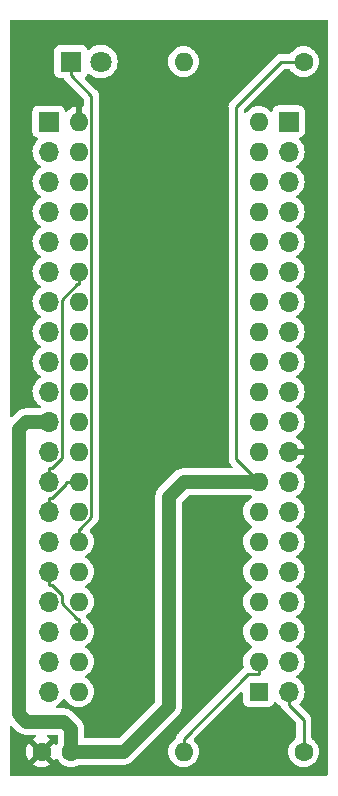
<source format=gtl>
G04 #@! TF.GenerationSoftware,KiCad,Pcbnew,(6.0.7-1)-1*
G04 #@! TF.CreationDate,2022-09-03T11:07:13+09:00*
G04 #@! TF.ProjectId,MEZ6502,4d455a36-3530-4322-9e6b-696361645f70,A*
G04 #@! TF.SameCoordinates,PX5f5e100PY8f0d180*
G04 #@! TF.FileFunction,Copper,L1,Top*
G04 #@! TF.FilePolarity,Positive*
%FSLAX46Y46*%
G04 Gerber Fmt 4.6, Leading zero omitted, Abs format (unit mm)*
G04 Created by KiCad (PCBNEW (6.0.7-1)-1) date 2022-09-03 11:07:13*
%MOMM*%
%LPD*%
G01*
G04 APERTURE LIST*
G04 #@! TA.AperFunction,ComponentPad*
%ADD10C,1.600000*%
G04 #@! TD*
G04 #@! TA.AperFunction,ComponentPad*
%ADD11O,1.600000X1.600000*%
G04 #@! TD*
G04 #@! TA.AperFunction,ComponentPad*
%ADD12R,1.800000X1.800000*%
G04 #@! TD*
G04 #@! TA.AperFunction,ComponentPad*
%ADD13C,1.800000*%
G04 #@! TD*
G04 #@! TA.AperFunction,ComponentPad*
%ADD14R,1.600000X1.600000*%
G04 #@! TD*
G04 #@! TA.AperFunction,ComponentPad*
%ADD15R,1.700000X1.700000*%
G04 #@! TD*
G04 #@! TA.AperFunction,ComponentPad*
%ADD16O,1.700000X1.700000*%
G04 #@! TD*
G04 #@! TA.AperFunction,ViaPad*
%ADD17C,0.605000*%
G04 #@! TD*
G04 #@! TA.AperFunction,Conductor*
%ADD18C,1.200000*%
G04 #@! TD*
G04 #@! TA.AperFunction,Conductor*
%ADD19C,0.254000*%
G04 #@! TD*
G04 APERTURE END LIST*
D10*
X25400000Y2540000D03*
D11*
X15240000Y2540000D03*
D12*
X5710000Y60960000D03*
D13*
X8250000Y60960000D03*
D14*
X21590000Y7620000D03*
D11*
X21590000Y10160000D03*
X21590000Y12700000D03*
X21590000Y15240000D03*
X21590000Y17780000D03*
X21590000Y20320000D03*
X21590000Y22860000D03*
X21590000Y25400000D03*
X21590000Y27940000D03*
X21590000Y30480000D03*
X21590000Y33020000D03*
X21590000Y35560000D03*
X21590000Y38100000D03*
X21590000Y40640000D03*
X21590000Y43180000D03*
X21590000Y45720000D03*
X21590000Y48260000D03*
X21590000Y50800000D03*
X21590000Y53340000D03*
X21590000Y55880000D03*
X6350000Y55880000D03*
X6350000Y53340000D03*
X6350000Y50800000D03*
X6350000Y48260000D03*
X6350000Y45720000D03*
X6350000Y43180000D03*
X6350000Y40640000D03*
X6350000Y38100000D03*
X6350000Y35560000D03*
X6350000Y33020000D03*
X6350000Y30480000D03*
X6350000Y27940000D03*
X6350000Y25400000D03*
X6350000Y22860000D03*
X6350000Y20320000D03*
X6350000Y17780000D03*
X6350000Y15240000D03*
X6350000Y12700000D03*
X6350000Y10160000D03*
X6350000Y7620000D03*
D10*
X25400000Y60960000D03*
D11*
X15240000Y60960000D03*
D10*
X5715000Y2540000D03*
X3215000Y2540000D03*
D15*
X3810000Y55875000D03*
D16*
X3810000Y53335000D03*
X3810000Y50795000D03*
X3810000Y48255000D03*
X3810000Y45715000D03*
X3810000Y43175000D03*
X3810000Y40635000D03*
X3810000Y38095000D03*
X3810000Y35555000D03*
X3810000Y33015000D03*
X3810000Y30475000D03*
X3810000Y27935000D03*
X3810000Y25395000D03*
X3810000Y22855000D03*
X3810000Y20315000D03*
X3810000Y17775000D03*
X3810000Y15235000D03*
X3810000Y12695000D03*
X3810000Y10155000D03*
X3810000Y7615000D03*
D15*
X24130000Y55880000D03*
D16*
X24130000Y53340000D03*
X24130000Y50800000D03*
X24130000Y48260000D03*
X24130000Y45720000D03*
X24130000Y43180000D03*
X24130000Y40640000D03*
X24130000Y38100000D03*
X24130000Y35560000D03*
X24130000Y33020000D03*
X24130000Y30480000D03*
X24130000Y27940000D03*
X24130000Y25400000D03*
X24130000Y22860000D03*
X24130000Y20320000D03*
X24130000Y17780000D03*
X24130000Y15240000D03*
X24130000Y12700000D03*
X24130000Y10160000D03*
X24130000Y7620000D03*
D17*
X18415000Y9882700D03*
X1270000Y33020000D03*
X17780000Y22860000D03*
X26670000Y63500000D03*
X9525000Y7620000D03*
X17780000Y53340000D03*
X9525000Y53340000D03*
X1270000Y63500000D03*
X9525000Y33020000D03*
X17780000Y33020000D03*
D18*
X13970000Y24130000D02*
X15240000Y25400000D01*
X5715000Y2540000D02*
X10160000Y2540000D01*
X5715000Y4445000D02*
X5715000Y2540000D01*
D19*
X19685000Y27305000D02*
X21590000Y25400000D01*
D18*
X1270000Y5715000D02*
X1905000Y5080000D01*
X3810000Y30475000D02*
X1900000Y30475000D01*
X5080000Y5080000D02*
X5715000Y4445000D01*
X1900000Y30475000D02*
X1270000Y29845000D01*
X1905000Y5080000D02*
X5080000Y5080000D01*
D19*
X23495000Y60960000D02*
X19685000Y57150000D01*
D18*
X15240000Y25400000D02*
X21590000Y25400000D01*
D19*
X19685000Y57150000D02*
X19685000Y27305000D01*
D18*
X13970000Y6350000D02*
X13970000Y24130000D01*
D19*
X25400000Y60960000D02*
X23495000Y60960000D01*
D18*
X10160000Y2540000D02*
X13970000Y6350000D01*
X1270000Y29845000D02*
X1270000Y5715000D01*
D19*
X6238100Y42100300D02*
X6350000Y42100300D01*
X4092500Y26524700D02*
X4939700Y27371900D01*
X3810000Y26524700D02*
X4092500Y26524700D01*
X3810000Y25395000D02*
X3810000Y26524700D01*
X4939700Y27371900D02*
X4939700Y40801900D01*
X4939700Y40801900D02*
X6238100Y42100300D01*
X6350000Y43180000D02*
X6350000Y42100300D01*
X3810000Y22855000D02*
X3810000Y23984700D01*
X3810000Y23984700D02*
X4078700Y23984700D01*
X6350000Y25400000D02*
X5270300Y25400000D01*
X5270300Y25176300D02*
X5270300Y25400000D01*
X4078700Y23984700D02*
X5270300Y25176300D01*
X6238100Y13779700D02*
X6350000Y13779700D01*
X3810000Y17775000D02*
X3810000Y16645300D01*
X4092500Y16645300D02*
X4939700Y15798100D01*
X3810000Y16645300D02*
X4092500Y16645300D01*
X4939700Y15078100D02*
X6238100Y13779700D01*
X6350000Y12700000D02*
X6350000Y13779700D01*
X4939700Y15798100D02*
X4939700Y15078100D01*
X25400000Y5220300D02*
X25400000Y2540000D01*
X24130000Y6490300D02*
X25400000Y5220300D01*
X24130000Y7620000D02*
X24130000Y6490300D01*
X7445100Y58045200D02*
X7445100Y22382900D01*
X6350000Y20320000D02*
X6350000Y21399700D01*
X5710000Y60960000D02*
X5710000Y59780300D01*
X5710000Y59780300D02*
X7445100Y58045200D01*
X7445100Y22382900D02*
X6461900Y21399700D01*
X6461900Y21399700D02*
X6350000Y21399700D01*
X20700600Y9080300D02*
X21590000Y9080300D01*
X21590000Y10160000D02*
X21590000Y9080300D01*
X15240000Y3619700D02*
X20700600Y9080300D01*
X15240000Y2540000D02*
X15240000Y3619700D01*
G04 #@! TA.AperFunction,Conductor*
G36*
X27433621Y64471498D02*
G01*
X27480114Y64417842D01*
X27491500Y64365500D01*
X27491500Y634500D01*
X27471498Y566379D01*
X27417842Y519886D01*
X27365500Y508500D01*
X634500Y508500D01*
X566379Y528502D01*
X519886Y582158D01*
X508500Y634500D01*
X508500Y1453938D01*
X2493493Y1453938D01*
X2502789Y1441923D01*
X2553994Y1406069D01*
X2563489Y1400586D01*
X2760947Y1308510D01*
X2771239Y1304764D01*
X2981688Y1248375D01*
X2992481Y1246472D01*
X3209525Y1227483D01*
X3220475Y1227483D01*
X3437519Y1246472D01*
X3448312Y1248375D01*
X3658761Y1304764D01*
X3669053Y1308510D01*
X3866511Y1400586D01*
X3876006Y1406069D01*
X3928048Y1442509D01*
X3936424Y1452988D01*
X3929356Y1466434D01*
X3227812Y2167978D01*
X3213868Y2175592D01*
X3212035Y2175461D01*
X3205420Y2171210D01*
X2499923Y1465713D01*
X2493493Y1453938D01*
X508500Y1453938D01*
X508500Y2534525D01*
X1902483Y2534525D01*
X1921472Y2317481D01*
X1923375Y2306688D01*
X1979764Y2096239D01*
X1983510Y2085947D01*
X2075586Y1888489D01*
X2081069Y1878994D01*
X2117509Y1826952D01*
X2127988Y1818576D01*
X2141434Y1825644D01*
X2842978Y2527188D01*
X2850592Y2541132D01*
X2850461Y2542965D01*
X2846210Y2549580D01*
X2140713Y3255077D01*
X2128938Y3261507D01*
X2116923Y3252211D01*
X2081069Y3201006D01*
X2075586Y3191511D01*
X1983510Y2994053D01*
X1979764Y2983761D01*
X1923375Y2773312D01*
X1921472Y2762519D01*
X1902483Y2545475D01*
X1902483Y2534525D01*
X508500Y2534525D01*
X508500Y4604653D01*
X528502Y4672774D01*
X582158Y4719267D01*
X652432Y4729371D01*
X717012Y4699877D01*
X723595Y4693749D01*
X1047451Y4369894D01*
X1054435Y4361622D01*
X1054666Y4361821D01*
X1058583Y4357283D01*
X1062054Y4352389D01*
X1066386Y4348242D01*
X1129017Y4288286D01*
X1130981Y4286363D01*
X1158540Y4258804D01*
X1160850Y4256897D01*
X1164259Y4254082D01*
X1171163Y4247940D01*
X1214850Y4206119D01*
X1219889Y4202865D01*
X1219892Y4202863D01*
X1242993Y4187947D01*
X1254877Y4179249D01*
X1276081Y4161738D01*
X1276090Y4161732D01*
X1280706Y4157920D01*
X1333817Y4128903D01*
X1341698Y4124214D01*
X1392548Y4091380D01*
X1398115Y4089137D01*
X1398116Y4089136D01*
X1423625Y4078856D01*
X1436931Y4072567D01*
X1466330Y4056504D01*
X1506642Y4043600D01*
X1523952Y4038059D01*
X1532625Y4034928D01*
X1588737Y4012314D01*
X1621615Y4005893D01*
X1635876Y4002231D01*
X1667782Y3992018D01*
X1717600Y3986034D01*
X1727846Y3984803D01*
X1736970Y3983366D01*
X1762547Y3978371D01*
X1796337Y3971772D01*
X1801899Y3971500D01*
X1831041Y3971500D01*
X1846069Y3970601D01*
X1871847Y3967504D01*
X1871851Y3967504D01*
X1877794Y3966790D01*
X1883770Y3967213D01*
X1883773Y3967213D01*
X1939868Y3971185D01*
X1948767Y3971500D01*
X2621520Y3971500D01*
X2689641Y3951498D01*
X2736134Y3897842D01*
X2746238Y3827568D01*
X2716744Y3762988D01*
X2674770Y3731305D01*
X2563489Y3679414D01*
X2553994Y3673931D01*
X2501952Y3637491D01*
X2493576Y3627012D01*
X2500644Y3613566D01*
X3202188Y2912022D01*
X3216132Y2904408D01*
X3217965Y2904539D01*
X3224580Y2908790D01*
X3930077Y3614287D01*
X3936507Y3626062D01*
X3927211Y3638077D01*
X3876006Y3673931D01*
X3866511Y3679414D01*
X3755230Y3731305D01*
X3701945Y3778223D01*
X3682484Y3846500D01*
X3703026Y3914460D01*
X3757049Y3960525D01*
X3808480Y3971500D01*
X4480500Y3971500D01*
X4548621Y3951498D01*
X4595114Y3897842D01*
X4606500Y3845500D01*
X4606500Y3277926D01*
X4583713Y3205656D01*
X4580634Y3201259D01*
X4580630Y3201251D01*
X4577477Y3196749D01*
X4575153Y3191766D01*
X4573829Y3189472D01*
X4522447Y3140479D01*
X4452733Y3127043D01*
X4386822Y3153429D01*
X4355591Y3189472D01*
X4348934Y3201002D01*
X4312491Y3253048D01*
X4302012Y3261424D01*
X4288566Y3254356D01*
X3587022Y2552812D01*
X3579408Y2538868D01*
X3579539Y2537035D01*
X3583790Y2530420D01*
X4289287Y1824923D01*
X4301062Y1818493D01*
X4313077Y1827789D01*
X4348934Y1878998D01*
X4355591Y1890528D01*
X4406973Y1939521D01*
X4476687Y1952958D01*
X4542598Y1926571D01*
X4573829Y1890528D01*
X4575153Y1888235D01*
X4577477Y1883251D01*
X4580631Y1878747D01*
X4696083Y1713865D01*
X4708802Y1695700D01*
X4870700Y1533802D01*
X4875208Y1530645D01*
X4875211Y1530643D01*
X4923737Y1496665D01*
X5058251Y1402477D01*
X5063233Y1400154D01*
X5063238Y1400151D01*
X5259765Y1308510D01*
X5265757Y1305716D01*
X5271065Y1304294D01*
X5271067Y1304293D01*
X5481598Y1247881D01*
X5481600Y1247881D01*
X5486913Y1246457D01*
X5715000Y1226502D01*
X5943087Y1246457D01*
X5948400Y1247881D01*
X5948402Y1247881D01*
X6158933Y1304293D01*
X6158935Y1304294D01*
X6164243Y1305716D01*
X6170235Y1308510D01*
X6366762Y1400151D01*
X6366767Y1400154D01*
X6371749Y1402477D01*
X6376258Y1405634D01*
X6376263Y1405637D01*
X6380656Y1408713D01*
X6452926Y1431500D01*
X10055743Y1431500D01*
X10066532Y1430589D01*
X10066554Y1430893D01*
X10072528Y1430454D01*
X10078446Y1429448D01*
X10171100Y1431470D01*
X10173848Y1431500D01*
X10212846Y1431500D01*
X10215825Y1431784D01*
X10215843Y1431785D01*
X10220222Y1432203D01*
X10229436Y1432743D01*
X10261088Y1433434D01*
X10283920Y1433932D01*
X10283921Y1433932D01*
X10289917Y1434063D01*
X10295775Y1435324D01*
X10295782Y1435325D01*
X10322674Y1441115D01*
X10337226Y1443367D01*
X10350607Y1444644D01*
X10370566Y1446548D01*
X10376327Y1448238D01*
X10428613Y1463576D01*
X10437561Y1465848D01*
X10490836Y1477318D01*
X10490847Y1477321D01*
X10496702Y1478582D01*
X10502218Y1480929D01*
X10502221Y1480930D01*
X10527532Y1491700D01*
X10541381Y1496659D01*
X10573534Y1506092D01*
X10627326Y1533797D01*
X10635660Y1537710D01*
X10691336Y1561400D01*
X10719130Y1580112D01*
X10731797Y1587603D01*
X10756246Y1600194D01*
X10756253Y1600198D01*
X10761580Y1602942D01*
X10787700Y1623459D01*
X10809143Y1640303D01*
X10816609Y1645737D01*
X10863033Y1676991D01*
X10863048Y1677002D01*
X10866799Y1679528D01*
X10870924Y1683269D01*
X10891529Y1703874D01*
X10902791Y1713865D01*
X10923203Y1729898D01*
X10923208Y1729902D01*
X10927920Y1733604D01*
X10931852Y1738135D01*
X10931857Y1738140D01*
X10968716Y1780616D01*
X10974786Y1787131D01*
X14680105Y5492449D01*
X14688379Y5499435D01*
X14688180Y5499665D01*
X14692725Y5503588D01*
X14697611Y5507054D01*
X14761714Y5574017D01*
X14763637Y5575981D01*
X14791196Y5603540D01*
X14795922Y5609263D01*
X14802061Y5616165D01*
X14839731Y5655515D01*
X14843881Y5659850D01*
X14862053Y5687993D01*
X14870751Y5699877D01*
X14888262Y5721081D01*
X14888268Y5721090D01*
X14892080Y5725706D01*
X14921097Y5778817D01*
X14925786Y5786698D01*
X14958620Y5837548D01*
X14971144Y5868625D01*
X14977433Y5881931D01*
X14993496Y5911330D01*
X15011947Y5968969D01*
X15015066Y5977607D01*
X15037686Y6033737D01*
X15038835Y6039622D01*
X15038837Y6039628D01*
X15044106Y6066612D01*
X15047769Y6080877D01*
X15056154Y6107071D01*
X15057982Y6112781D01*
X15058696Y6118726D01*
X15058699Y6118739D01*
X15065200Y6172855D01*
X15066636Y6181975D01*
X15077357Y6236875D01*
X15077358Y6236880D01*
X15078228Y6241337D01*
X15078500Y6246899D01*
X15078500Y6276041D01*
X15079399Y6291069D01*
X15082496Y6316847D01*
X15082496Y6316851D01*
X15083210Y6322794D01*
X15082073Y6338860D01*
X15078815Y6384868D01*
X15078500Y6393767D01*
X15078500Y23618655D01*
X15098502Y23686776D01*
X15115405Y23707750D01*
X15662250Y24254595D01*
X15724562Y24288621D01*
X15751345Y24291500D01*
X20852074Y24291500D01*
X20924344Y24268713D01*
X20928737Y24265637D01*
X20928742Y24265634D01*
X20933251Y24262477D01*
X20938233Y24260154D01*
X20938238Y24260151D01*
X20972457Y24244195D01*
X21025742Y24197278D01*
X21045203Y24129001D01*
X21024661Y24061041D01*
X20972457Y24015805D01*
X20938238Y23999849D01*
X20938233Y23999846D01*
X20933251Y23997523D01*
X20828389Y23924098D01*
X20750211Y23869357D01*
X20750208Y23869355D01*
X20745700Y23866198D01*
X20583802Y23704300D01*
X20580645Y23699792D01*
X20580643Y23699789D01*
X20560376Y23670845D01*
X20452477Y23516749D01*
X20450154Y23511767D01*
X20450151Y23511762D01*
X20358039Y23314225D01*
X20355716Y23309243D01*
X20354294Y23303935D01*
X20354293Y23303933D01*
X20302444Y23110430D01*
X20296457Y23088087D01*
X20276502Y22860000D01*
X20296457Y22631913D01*
X20297881Y22626600D01*
X20297881Y22626598D01*
X20345971Y22447127D01*
X20355716Y22410757D01*
X20358039Y22405776D01*
X20358039Y22405775D01*
X20450151Y22208238D01*
X20450154Y22208233D01*
X20452477Y22203251D01*
X20487157Y22153723D01*
X20571749Y22032914D01*
X20583802Y22015700D01*
X20745700Y21853802D01*
X20750208Y21850645D01*
X20750211Y21850643D01*
X20828389Y21795902D01*
X20933251Y21722477D01*
X20938233Y21720154D01*
X20938238Y21720151D01*
X20972457Y21704195D01*
X21025742Y21657278D01*
X21045203Y21589001D01*
X21024661Y21521041D01*
X20972457Y21475805D01*
X20938238Y21459849D01*
X20938233Y21459846D01*
X20933251Y21457523D01*
X20828389Y21384098D01*
X20750211Y21329357D01*
X20750208Y21329355D01*
X20745700Y21326198D01*
X20583802Y21164300D01*
X20580645Y21159792D01*
X20580643Y21159789D01*
X20525902Y21081611D01*
X20452477Y20976749D01*
X20450154Y20971767D01*
X20450151Y20971762D01*
X20358039Y20774225D01*
X20355716Y20769243D01*
X20354294Y20763935D01*
X20354293Y20763933D01*
X20302444Y20570430D01*
X20296457Y20548087D01*
X20276502Y20320000D01*
X20296457Y20091913D01*
X20297881Y20086600D01*
X20297881Y20086598D01*
X20345971Y19907127D01*
X20355716Y19870757D01*
X20358039Y19865776D01*
X20358039Y19865775D01*
X20450151Y19668238D01*
X20450154Y19668233D01*
X20452477Y19663251D01*
X20455634Y19658743D01*
X20562579Y19506010D01*
X20583802Y19475700D01*
X20745700Y19313802D01*
X20750208Y19310645D01*
X20750211Y19310643D01*
X20828389Y19255902D01*
X20933251Y19182477D01*
X20938233Y19180154D01*
X20938238Y19180151D01*
X20972457Y19164195D01*
X21025742Y19117278D01*
X21045203Y19049001D01*
X21024661Y18981041D01*
X20972457Y18935805D01*
X20938238Y18919849D01*
X20938233Y18919846D01*
X20933251Y18917523D01*
X20828389Y18844098D01*
X20750211Y18789357D01*
X20750208Y18789355D01*
X20745700Y18786198D01*
X20583802Y18624300D01*
X20580645Y18619792D01*
X20580643Y18619789D01*
X20525902Y18541611D01*
X20452477Y18436749D01*
X20450154Y18431767D01*
X20450151Y18431762D01*
X20358039Y18234225D01*
X20355716Y18229243D01*
X20354294Y18223935D01*
X20354293Y18223933D01*
X20302444Y18030430D01*
X20296457Y18008087D01*
X20276502Y17780000D01*
X20296457Y17551913D01*
X20297881Y17546600D01*
X20297881Y17546598D01*
X20345971Y17367127D01*
X20355716Y17330757D01*
X20358039Y17325776D01*
X20358039Y17325775D01*
X20450151Y17128238D01*
X20450154Y17128233D01*
X20452477Y17123251D01*
X20493904Y17064087D01*
X20562579Y16966010D01*
X20583802Y16935700D01*
X20745700Y16773802D01*
X20750208Y16770645D01*
X20750211Y16770643D01*
X20771348Y16755843D01*
X20933251Y16642477D01*
X20938233Y16640154D01*
X20938238Y16640151D01*
X20972457Y16624195D01*
X21025742Y16577278D01*
X21045203Y16509001D01*
X21024661Y16441041D01*
X20972457Y16395805D01*
X20938238Y16379849D01*
X20938233Y16379846D01*
X20933251Y16377523D01*
X20828389Y16304098D01*
X20750211Y16249357D01*
X20750208Y16249355D01*
X20745700Y16246198D01*
X20583802Y16084300D01*
X20580645Y16079792D01*
X20580643Y16079789D01*
X20525902Y16001611D01*
X20452477Y15896749D01*
X20450154Y15891767D01*
X20450151Y15891762D01*
X20358039Y15694225D01*
X20355716Y15689243D01*
X20354294Y15683935D01*
X20354293Y15683933D01*
X20302444Y15490430D01*
X20296457Y15468087D01*
X20276502Y15240000D01*
X20296457Y15011913D01*
X20297881Y15006600D01*
X20297881Y15006598D01*
X20311155Y14957061D01*
X20355716Y14790757D01*
X20358039Y14785776D01*
X20358039Y14785775D01*
X20450151Y14588238D01*
X20450154Y14588233D01*
X20452477Y14583251D01*
X20455634Y14578743D01*
X20562579Y14426010D01*
X20583802Y14395700D01*
X20745700Y14233802D01*
X20750208Y14230645D01*
X20750211Y14230643D01*
X20828389Y14175902D01*
X20933251Y14102477D01*
X20938233Y14100154D01*
X20938238Y14100151D01*
X20972457Y14084195D01*
X21025742Y14037278D01*
X21045203Y13969001D01*
X21024661Y13901041D01*
X20972457Y13855805D01*
X20938238Y13839849D01*
X20938233Y13839846D01*
X20933251Y13837523D01*
X20828389Y13764098D01*
X20750211Y13709357D01*
X20750208Y13709355D01*
X20745700Y13706198D01*
X20583802Y13544300D01*
X20580645Y13539792D01*
X20580643Y13539789D01*
X20525902Y13461611D01*
X20452477Y13356749D01*
X20450154Y13351767D01*
X20450151Y13351762D01*
X20358039Y13154225D01*
X20355716Y13149243D01*
X20354294Y13143935D01*
X20354293Y13143933D01*
X20302444Y12950430D01*
X20296457Y12928087D01*
X20276502Y12700000D01*
X20296457Y12471913D01*
X20297881Y12466600D01*
X20297881Y12466598D01*
X20345971Y12287127D01*
X20355716Y12250757D01*
X20358039Y12245776D01*
X20358039Y12245775D01*
X20450151Y12048238D01*
X20450154Y12048233D01*
X20452477Y12043251D01*
X20455634Y12038743D01*
X20562579Y11886010D01*
X20583802Y11855700D01*
X20745700Y11693802D01*
X20750208Y11690645D01*
X20750211Y11690643D01*
X20828389Y11635902D01*
X20933251Y11562477D01*
X20938233Y11560154D01*
X20938238Y11560151D01*
X20972457Y11544195D01*
X21025742Y11497278D01*
X21045203Y11429001D01*
X21024661Y11361041D01*
X20972457Y11315805D01*
X20938238Y11299849D01*
X20938233Y11299846D01*
X20933251Y11297523D01*
X20828389Y11224098D01*
X20750211Y11169357D01*
X20750208Y11169355D01*
X20745700Y11166198D01*
X20583802Y11004300D01*
X20580645Y10999792D01*
X20580643Y10999789D01*
X20525902Y10921611D01*
X20452477Y10816749D01*
X20450154Y10811767D01*
X20450151Y10811762D01*
X20358039Y10614225D01*
X20355716Y10609243D01*
X20354294Y10603935D01*
X20354293Y10603933D01*
X20302444Y10410430D01*
X20296457Y10388087D01*
X20276502Y10160000D01*
X20296457Y9931913D01*
X20353698Y9718288D01*
X20352008Y9647314D01*
X20310449Y9587882D01*
X20308002Y9586435D01*
X20293614Y9572047D01*
X20278580Y9559206D01*
X20262113Y9547242D01*
X20257060Y9541134D01*
X20233828Y9513051D01*
X20225838Y9504271D01*
X14846517Y4124950D01*
X14838191Y4117374D01*
X14831697Y4113253D01*
X14826274Y4107478D01*
X14784915Y4063435D01*
X14782160Y4060593D01*
X14762361Y4040794D01*
X14759937Y4037669D01*
X14759929Y4037660D01*
X14759863Y4037574D01*
X14752155Y4028549D01*
X14721783Y3996206D01*
X14717965Y3989262D01*
X14717964Y3989260D01*
X14711978Y3978371D01*
X14701127Y3961853D01*
X14688650Y3945767D01*
X14671024Y3905034D01*
X14665807Y3894386D01*
X14644431Y3855503D01*
X14642460Y3847828D01*
X14642458Y3847822D01*
X14639369Y3835789D01*
X14632966Y3817087D01*
X14624883Y3798408D01*
X14623644Y3790583D01*
X14617940Y3754573D01*
X14615532Y3742950D01*
X14613718Y3735885D01*
X14577404Y3674879D01*
X14563948Y3664007D01*
X14400211Y3549357D01*
X14400208Y3549355D01*
X14395700Y3546198D01*
X14233802Y3384300D01*
X14102477Y3196749D01*
X14100154Y3191767D01*
X14100151Y3191762D01*
X14008039Y2994225D01*
X14005716Y2989243D01*
X14004294Y2983935D01*
X14004293Y2983933D01*
X13983019Y2904539D01*
X13946457Y2768087D01*
X13926502Y2540000D01*
X13946457Y2311913D01*
X13947881Y2306600D01*
X13947881Y2306598D01*
X13985025Y2167978D01*
X14005716Y2090757D01*
X14008039Y2085776D01*
X14008039Y2085775D01*
X14100151Y1888238D01*
X14100154Y1888233D01*
X14102477Y1883251D01*
X14105634Y1878743D01*
X14221083Y1713865D01*
X14233802Y1695700D01*
X14395700Y1533802D01*
X14400208Y1530645D01*
X14400211Y1530643D01*
X14448737Y1496665D01*
X14583251Y1402477D01*
X14588233Y1400154D01*
X14588238Y1400151D01*
X14784765Y1308510D01*
X14790757Y1305716D01*
X14796065Y1304294D01*
X14796067Y1304293D01*
X15006598Y1247881D01*
X15006600Y1247881D01*
X15011913Y1246457D01*
X15240000Y1226502D01*
X15468087Y1246457D01*
X15473400Y1247881D01*
X15473402Y1247881D01*
X15683933Y1304293D01*
X15683935Y1304294D01*
X15689243Y1305716D01*
X15695235Y1308510D01*
X15891762Y1400151D01*
X15891767Y1400154D01*
X15896749Y1402477D01*
X16031263Y1496665D01*
X16079789Y1530643D01*
X16079792Y1530645D01*
X16084300Y1533802D01*
X16246198Y1695700D01*
X16258918Y1713865D01*
X16374366Y1878743D01*
X16377523Y1883251D01*
X16379846Y1888233D01*
X16379849Y1888238D01*
X16471961Y2085775D01*
X16471961Y2085776D01*
X16474284Y2090757D01*
X16494976Y2167978D01*
X16532119Y2306598D01*
X16532119Y2306600D01*
X16533543Y2311913D01*
X16553498Y2540000D01*
X16533543Y2768087D01*
X16496981Y2904539D01*
X16475707Y2983933D01*
X16475706Y2983935D01*
X16474284Y2989243D01*
X16471961Y2994225D01*
X16379849Y3191762D01*
X16379846Y3191767D01*
X16377523Y3196749D01*
X16246198Y3384300D01*
X16163860Y3466638D01*
X16129834Y3528950D01*
X16134899Y3599765D01*
X16163860Y3644828D01*
X20066405Y7547372D01*
X20128717Y7581398D01*
X20199533Y7576333D01*
X20256368Y7533786D01*
X20281179Y7467266D01*
X20281500Y7458277D01*
X20281500Y6771866D01*
X20288255Y6709684D01*
X20339385Y6573295D01*
X20426739Y6456739D01*
X20543295Y6369385D01*
X20679684Y6318255D01*
X20741866Y6311500D01*
X22438134Y6311500D01*
X22500316Y6318255D01*
X22636705Y6369385D01*
X22753261Y6456739D01*
X22840615Y6573295D01*
X22866656Y6642760D01*
X22886618Y6696007D01*
X22929260Y6752771D01*
X22995821Y6777471D01*
X23065170Y6762263D01*
X23099837Y6734275D01*
X23172865Y6649969D01*
X23172869Y6649965D01*
X23176250Y6646062D01*
X23348126Y6503368D01*
X23444805Y6446874D01*
X23493529Y6395236D01*
X23502231Y6373242D01*
X23503012Y6370554D01*
X23507023Y6351188D01*
X23509573Y6331001D01*
X23512489Y6323637D01*
X23512490Y6323632D01*
X23525907Y6289744D01*
X23529752Y6278515D01*
X23542131Y6235907D01*
X23546169Y6229080D01*
X23546170Y6229077D01*
X23552488Y6218394D01*
X23561188Y6200636D01*
X23565761Y6189085D01*
X23565765Y6189079D01*
X23568681Y6181712D01*
X23573339Y6175301D01*
X23573340Y6175299D01*
X23594764Y6145812D01*
X23601281Y6135890D01*
X23619826Y6104532D01*
X23619829Y6104528D01*
X23623866Y6097702D01*
X23638250Y6083318D01*
X23651091Y6068284D01*
X23663058Y6051813D01*
X23669166Y6046760D01*
X23697255Y6023523D01*
X23706035Y6015533D01*
X24727595Y4993973D01*
X24761621Y4931661D01*
X24764500Y4904878D01*
X24764500Y3757993D01*
X24744498Y3689872D01*
X24710772Y3654781D01*
X24686080Y3637491D01*
X24560211Y3549357D01*
X24560208Y3549355D01*
X24555700Y3546198D01*
X24393802Y3384300D01*
X24262477Y3196749D01*
X24260154Y3191767D01*
X24260151Y3191762D01*
X24168039Y2994225D01*
X24165716Y2989243D01*
X24164294Y2983935D01*
X24164293Y2983933D01*
X24143019Y2904539D01*
X24106457Y2768087D01*
X24086502Y2540000D01*
X24106457Y2311913D01*
X24107881Y2306600D01*
X24107881Y2306598D01*
X24145025Y2167978D01*
X24165716Y2090757D01*
X24168039Y2085776D01*
X24168039Y2085775D01*
X24260151Y1888238D01*
X24260154Y1888233D01*
X24262477Y1883251D01*
X24265634Y1878743D01*
X24381083Y1713865D01*
X24393802Y1695700D01*
X24555700Y1533802D01*
X24560208Y1530645D01*
X24560211Y1530643D01*
X24608737Y1496665D01*
X24743251Y1402477D01*
X24748233Y1400154D01*
X24748238Y1400151D01*
X24944765Y1308510D01*
X24950757Y1305716D01*
X24956065Y1304294D01*
X24956067Y1304293D01*
X25166598Y1247881D01*
X25166600Y1247881D01*
X25171913Y1246457D01*
X25400000Y1226502D01*
X25628087Y1246457D01*
X25633400Y1247881D01*
X25633402Y1247881D01*
X25843933Y1304293D01*
X25843935Y1304294D01*
X25849243Y1305716D01*
X25855235Y1308510D01*
X26051762Y1400151D01*
X26051767Y1400154D01*
X26056749Y1402477D01*
X26191263Y1496665D01*
X26239789Y1530643D01*
X26239792Y1530645D01*
X26244300Y1533802D01*
X26406198Y1695700D01*
X26418918Y1713865D01*
X26534366Y1878743D01*
X26537523Y1883251D01*
X26539846Y1888233D01*
X26539849Y1888238D01*
X26631961Y2085775D01*
X26631961Y2085776D01*
X26634284Y2090757D01*
X26654976Y2167978D01*
X26692119Y2306598D01*
X26692119Y2306600D01*
X26693543Y2311913D01*
X26713498Y2540000D01*
X26693543Y2768087D01*
X26656981Y2904539D01*
X26635707Y2983933D01*
X26635706Y2983935D01*
X26634284Y2989243D01*
X26631961Y2994225D01*
X26539849Y3191762D01*
X26539846Y3191767D01*
X26537523Y3196749D01*
X26406198Y3384300D01*
X26244300Y3546198D01*
X26239792Y3549355D01*
X26239789Y3549357D01*
X26113920Y3637491D01*
X26089229Y3654780D01*
X26044901Y3710237D01*
X26035500Y3757993D01*
X26035500Y5141280D01*
X26036030Y5152514D01*
X26037708Y5160019D01*
X26035562Y5228312D01*
X26035500Y5232269D01*
X26035500Y5260283D01*
X26034992Y5264304D01*
X26034058Y5276156D01*
X26032914Y5312582D01*
X26032914Y5312583D01*
X26032665Y5320505D01*
X26026987Y5340049D01*
X26022977Y5359412D01*
X26021420Y5371740D01*
X26021420Y5371742D01*
X26020427Y5379599D01*
X26017511Y5386963D01*
X26017510Y5386968D01*
X26004093Y5420856D01*
X26000248Y5432085D01*
X25990080Y5467081D01*
X25987869Y5474693D01*
X25977510Y5492209D01*
X25968813Y5509959D01*
X25961319Y5528888D01*
X25935240Y5564783D01*
X25928722Y5574705D01*
X25910170Y5606076D01*
X25910166Y5606081D01*
X25906134Y5612899D01*
X25891747Y5627286D01*
X25878906Y5642320D01*
X25871602Y5652373D01*
X25866942Y5658787D01*
X25832750Y5687073D01*
X25823971Y5695062D01*
X25064224Y6454809D01*
X25030198Y6517121D01*
X25035263Y6587936D01*
X25064379Y6633155D01*
X25164435Y6732863D01*
X25168096Y6736511D01*
X25199498Y6780211D01*
X25295435Y6913723D01*
X25298453Y6917923D01*
X25318628Y6958743D01*
X25395136Y7113547D01*
X25395137Y7113549D01*
X25397430Y7118189D01*
X25462370Y7331931D01*
X25491529Y7553410D01*
X25493156Y7620000D01*
X25474852Y7842639D01*
X25420431Y8059298D01*
X25331354Y8264160D01*
X25289704Y8328541D01*
X25212822Y8447383D01*
X25212820Y8447386D01*
X25210014Y8451723D01*
X25059670Y8616949D01*
X25055619Y8620148D01*
X25055615Y8620152D01*
X24888414Y8752200D01*
X24888410Y8752202D01*
X24884359Y8755402D01*
X24843053Y8778204D01*
X24793084Y8828636D01*
X24778312Y8898079D01*
X24803428Y8964484D01*
X24830780Y8991091D01*
X24897060Y9038368D01*
X25009860Y9118827D01*
X25038623Y9147489D01*
X25164435Y9272863D01*
X25168096Y9276511D01*
X25199498Y9320211D01*
X25295435Y9453723D01*
X25298453Y9457923D01*
X25318628Y9498743D01*
X25395136Y9653547D01*
X25395137Y9653549D01*
X25397430Y9658189D01*
X25462370Y9871931D01*
X25491529Y10093410D01*
X25493156Y10160000D01*
X25474852Y10382639D01*
X25420431Y10599298D01*
X25331354Y10804160D01*
X25289704Y10868541D01*
X25212822Y10987383D01*
X25212820Y10987386D01*
X25210014Y10991723D01*
X25059670Y11156949D01*
X25055619Y11160148D01*
X25055615Y11160152D01*
X24888414Y11292200D01*
X24888410Y11292202D01*
X24884359Y11295402D01*
X24843053Y11318204D01*
X24793084Y11368636D01*
X24778312Y11438079D01*
X24803428Y11504484D01*
X24830780Y11531091D01*
X24897060Y11578368D01*
X25009860Y11658827D01*
X25041788Y11690643D01*
X25164435Y11812863D01*
X25168096Y11816511D01*
X25199498Y11860211D01*
X25295435Y11993723D01*
X25298453Y11997923D01*
X25318628Y12038743D01*
X25395136Y12193547D01*
X25395137Y12193549D01*
X25397430Y12198189D01*
X25462370Y12411931D01*
X25491529Y12633410D01*
X25493156Y12700000D01*
X25474852Y12922639D01*
X25420431Y13139298D01*
X25331354Y13344160D01*
X25289704Y13408541D01*
X25212822Y13527383D01*
X25212820Y13527386D01*
X25210014Y13531723D01*
X25059670Y13696949D01*
X25055619Y13700148D01*
X25055615Y13700152D01*
X24888414Y13832200D01*
X24888410Y13832202D01*
X24884359Y13835402D01*
X24843053Y13858204D01*
X24793084Y13908636D01*
X24778312Y13978079D01*
X24803428Y14044484D01*
X24830780Y14071091D01*
X24897060Y14118368D01*
X25009860Y14198827D01*
X25033488Y14222372D01*
X25164435Y14352863D01*
X25168096Y14356511D01*
X25199498Y14400211D01*
X25295435Y14533723D01*
X25298453Y14537923D01*
X25318628Y14578743D01*
X25395136Y14733547D01*
X25395137Y14733549D01*
X25397430Y14738189D01*
X25462370Y14951931D01*
X25491529Y15173410D01*
X25493156Y15240000D01*
X25474852Y15462639D01*
X25420431Y15679298D01*
X25331354Y15884160D01*
X25210014Y16071723D01*
X25059670Y16236949D01*
X25055619Y16240148D01*
X25055615Y16240152D01*
X24888414Y16372200D01*
X24888410Y16372202D01*
X24884359Y16375402D01*
X24843053Y16398204D01*
X24793084Y16448636D01*
X24778312Y16518079D01*
X24803428Y16584484D01*
X24830780Y16611091D01*
X24897060Y16658368D01*
X25009860Y16738827D01*
X25041788Y16770643D01*
X25111451Y16840064D01*
X25168096Y16896511D01*
X25199498Y16940211D01*
X25295435Y17073723D01*
X25298453Y17077923D01*
X25318628Y17118743D01*
X25395136Y17273547D01*
X25395137Y17273549D01*
X25397430Y17278189D01*
X25462370Y17491931D01*
X25491529Y17713410D01*
X25493156Y17780000D01*
X25474852Y18002639D01*
X25420431Y18219298D01*
X25331354Y18424160D01*
X25289704Y18488541D01*
X25212822Y18607383D01*
X25212820Y18607386D01*
X25210014Y18611723D01*
X25059670Y18776949D01*
X25055619Y18780148D01*
X25055615Y18780152D01*
X24888414Y18912200D01*
X24888410Y18912202D01*
X24884359Y18915402D01*
X24843053Y18938204D01*
X24793084Y18988636D01*
X24778312Y19058079D01*
X24803428Y19124484D01*
X24830780Y19151091D01*
X24897060Y19198368D01*
X25009860Y19278827D01*
X25041788Y19310643D01*
X25164435Y19432863D01*
X25168096Y19436511D01*
X25199498Y19480211D01*
X25295435Y19613723D01*
X25298453Y19617923D01*
X25318628Y19658743D01*
X25395136Y19813547D01*
X25395137Y19813549D01*
X25397430Y19818189D01*
X25462370Y20031931D01*
X25491529Y20253410D01*
X25493156Y20320000D01*
X25474852Y20542639D01*
X25420431Y20759298D01*
X25331354Y20964160D01*
X25289704Y21028541D01*
X25212822Y21147383D01*
X25212820Y21147386D01*
X25210014Y21151723D01*
X25059670Y21316949D01*
X25055619Y21320148D01*
X25055615Y21320152D01*
X24888414Y21452200D01*
X24888410Y21452202D01*
X24884359Y21455402D01*
X24843053Y21478204D01*
X24793084Y21528636D01*
X24778312Y21598079D01*
X24803428Y21664484D01*
X24830780Y21691091D01*
X24897060Y21738368D01*
X25009860Y21818827D01*
X25041788Y21850643D01*
X25150524Y21959000D01*
X25168096Y21976511D01*
X25185417Y22000615D01*
X25295435Y22153723D01*
X25298453Y22157923D01*
X25307592Y22176413D01*
X25395136Y22353547D01*
X25395137Y22353549D01*
X25397430Y22358189D01*
X25462370Y22571931D01*
X25491529Y22793410D01*
X25493156Y22860000D01*
X25474852Y23082639D01*
X25420431Y23299298D01*
X25331354Y23504160D01*
X25213249Y23686723D01*
X25212822Y23687383D01*
X25212820Y23687386D01*
X25210014Y23691723D01*
X25059670Y23856949D01*
X25055619Y23860148D01*
X25055615Y23860152D01*
X24888414Y23992200D01*
X24888410Y23992202D01*
X24884359Y23995402D01*
X24843053Y24018204D01*
X24793084Y24068636D01*
X24778312Y24138079D01*
X24803428Y24204484D01*
X24830780Y24231091D01*
X24897060Y24278368D01*
X25009860Y24358827D01*
X25018282Y24367219D01*
X25153897Y24502362D01*
X25168096Y24516511D01*
X25199498Y24560211D01*
X25295435Y24693723D01*
X25298453Y24697923D01*
X25319693Y24740898D01*
X25395136Y24893547D01*
X25395137Y24893549D01*
X25397430Y24898189D01*
X25462370Y25111931D01*
X25491529Y25333410D01*
X25493156Y25400000D01*
X25474852Y25622639D01*
X25420431Y25839298D01*
X25331354Y26044160D01*
X25261022Y26152877D01*
X25212822Y26227383D01*
X25212820Y26227386D01*
X25210014Y26231723D01*
X25059670Y26396949D01*
X25055619Y26400148D01*
X25055615Y26400152D01*
X24888414Y26532200D01*
X24888410Y26532202D01*
X24884359Y26535402D01*
X24842569Y26558471D01*
X24792598Y26608903D01*
X24777826Y26678346D01*
X24802942Y26744752D01*
X24830294Y26771359D01*
X25005328Y26896208D01*
X25013200Y26902861D01*
X25164052Y27053188D01*
X25170730Y27061035D01*
X25295003Y27233980D01*
X25300313Y27242817D01*
X25394670Y27433733D01*
X25398469Y27443328D01*
X25460377Y27647090D01*
X25462555Y27657163D01*
X25463986Y27668038D01*
X25461775Y27682222D01*
X25448617Y27686000D01*
X24002000Y27686000D01*
X23933879Y27706002D01*
X23887386Y27759658D01*
X23876000Y27812000D01*
X23876000Y28068000D01*
X23896002Y28136121D01*
X23949658Y28182614D01*
X24002000Y28194000D01*
X25448344Y28194000D01*
X25461875Y28197973D01*
X25463180Y28207053D01*
X25421214Y28374125D01*
X25417894Y28383876D01*
X25332972Y28579186D01*
X25328105Y28588261D01*
X25212426Y28767074D01*
X25206136Y28775243D01*
X25062806Y28932760D01*
X25055273Y28939785D01*
X24888139Y29071778D01*
X24879556Y29077480D01*
X24842602Y29097880D01*
X24792631Y29148313D01*
X24777859Y29217755D01*
X24802975Y29284161D01*
X24830327Y29310768D01*
X24853797Y29327509D01*
X25009860Y29438827D01*
X25041788Y29470643D01*
X25164435Y29592863D01*
X25168096Y29596511D01*
X25199498Y29640211D01*
X25295435Y29773723D01*
X25298453Y29777923D01*
X25319693Y29820898D01*
X25395136Y29973547D01*
X25395137Y29973549D01*
X25397430Y29978189D01*
X25462370Y30191931D01*
X25491529Y30413410D01*
X25493156Y30480000D01*
X25474852Y30702639D01*
X25420431Y30919298D01*
X25331354Y31124160D01*
X25266778Y31223979D01*
X25212822Y31307383D01*
X25212820Y31307386D01*
X25210014Y31311723D01*
X25059670Y31476949D01*
X25055619Y31480148D01*
X25055615Y31480152D01*
X24888414Y31612200D01*
X24888410Y31612202D01*
X24884359Y31615402D01*
X24843053Y31638204D01*
X24793084Y31688636D01*
X24778312Y31758079D01*
X24803428Y31824484D01*
X24830780Y31851091D01*
X24897060Y31898368D01*
X25009860Y31978827D01*
X25041788Y32010643D01*
X25164435Y32132863D01*
X25168096Y32136511D01*
X25199498Y32180211D01*
X25295435Y32313723D01*
X25298453Y32317923D01*
X25319693Y32360898D01*
X25395136Y32513547D01*
X25395137Y32513549D01*
X25397430Y32518189D01*
X25462370Y32731931D01*
X25491529Y32953410D01*
X25493156Y33020000D01*
X25474852Y33242639D01*
X25420431Y33459298D01*
X25331354Y33664160D01*
X25262050Y33771288D01*
X25212822Y33847383D01*
X25212820Y33847386D01*
X25210014Y33851723D01*
X25059670Y34016949D01*
X25055619Y34020148D01*
X25055615Y34020152D01*
X24888414Y34152200D01*
X24888410Y34152202D01*
X24884359Y34155402D01*
X24843053Y34178204D01*
X24793084Y34228636D01*
X24778312Y34298079D01*
X24803428Y34364484D01*
X24830780Y34391091D01*
X24897060Y34438368D01*
X25009860Y34518827D01*
X25041788Y34550643D01*
X25164435Y34672863D01*
X25168096Y34676511D01*
X25199498Y34720211D01*
X25295435Y34853723D01*
X25298453Y34857923D01*
X25319693Y34900898D01*
X25395136Y35053547D01*
X25395137Y35053549D01*
X25397430Y35058189D01*
X25462370Y35271931D01*
X25491529Y35493410D01*
X25493156Y35560000D01*
X25474852Y35782639D01*
X25420431Y35999298D01*
X25331354Y36204160D01*
X25262050Y36311288D01*
X25212822Y36387383D01*
X25212820Y36387386D01*
X25210014Y36391723D01*
X25059670Y36556949D01*
X25055619Y36560148D01*
X25055615Y36560152D01*
X24888414Y36692200D01*
X24888410Y36692202D01*
X24884359Y36695402D01*
X24843053Y36718204D01*
X24793084Y36768636D01*
X24778312Y36838079D01*
X24803428Y36904484D01*
X24830780Y36931091D01*
X24897060Y36978368D01*
X25009860Y37058827D01*
X25041788Y37090643D01*
X25164435Y37212863D01*
X25168096Y37216511D01*
X25199498Y37260211D01*
X25295435Y37393723D01*
X25298453Y37397923D01*
X25319693Y37440898D01*
X25395136Y37593547D01*
X25395137Y37593549D01*
X25397430Y37598189D01*
X25462370Y37811931D01*
X25491529Y38033410D01*
X25493156Y38100000D01*
X25474852Y38322639D01*
X25420431Y38539298D01*
X25331354Y38744160D01*
X25262050Y38851288D01*
X25212822Y38927383D01*
X25212820Y38927386D01*
X25210014Y38931723D01*
X25059670Y39096949D01*
X25055619Y39100148D01*
X25055615Y39100152D01*
X24888414Y39232200D01*
X24888410Y39232202D01*
X24884359Y39235402D01*
X24843053Y39258204D01*
X24793084Y39308636D01*
X24778312Y39378079D01*
X24803428Y39444484D01*
X24830780Y39471091D01*
X24897060Y39518368D01*
X25009860Y39598827D01*
X25041788Y39630643D01*
X25164435Y39752863D01*
X25168096Y39756511D01*
X25199498Y39800211D01*
X25295435Y39933723D01*
X25298453Y39937923D01*
X25319693Y39980898D01*
X25395136Y40133547D01*
X25395137Y40133549D01*
X25397430Y40138189D01*
X25462370Y40351931D01*
X25491529Y40573410D01*
X25493156Y40640000D01*
X25474852Y40862639D01*
X25420431Y41079298D01*
X25331354Y41284160D01*
X25262050Y41391288D01*
X25212822Y41467383D01*
X25212820Y41467386D01*
X25210014Y41471723D01*
X25059670Y41636949D01*
X25055619Y41640148D01*
X25055615Y41640152D01*
X24888414Y41772200D01*
X24888410Y41772202D01*
X24884359Y41775402D01*
X24843053Y41798204D01*
X24793084Y41848636D01*
X24778312Y41918079D01*
X24803428Y41984484D01*
X24830780Y42011091D01*
X24897060Y42058368D01*
X25009860Y42138827D01*
X25041788Y42170643D01*
X25164435Y42292863D01*
X25168096Y42296511D01*
X25199498Y42340211D01*
X25295435Y42473723D01*
X25298453Y42477923D01*
X25319693Y42520898D01*
X25395136Y42673547D01*
X25395137Y42673549D01*
X25397430Y42678189D01*
X25462370Y42891931D01*
X25491529Y43113410D01*
X25493156Y43180000D01*
X25474852Y43402639D01*
X25420431Y43619298D01*
X25331354Y43824160D01*
X25262050Y43931288D01*
X25212822Y44007383D01*
X25212820Y44007386D01*
X25210014Y44011723D01*
X25059670Y44176949D01*
X25055619Y44180148D01*
X25055615Y44180152D01*
X24888414Y44312200D01*
X24888410Y44312202D01*
X24884359Y44315402D01*
X24843053Y44338204D01*
X24793084Y44388636D01*
X24778312Y44458079D01*
X24803428Y44524484D01*
X24830780Y44551091D01*
X24897060Y44598368D01*
X25009860Y44678827D01*
X25041788Y44710643D01*
X25164435Y44832863D01*
X25168096Y44836511D01*
X25199498Y44880211D01*
X25295435Y45013723D01*
X25298453Y45017923D01*
X25319693Y45060898D01*
X25395136Y45213547D01*
X25395137Y45213549D01*
X25397430Y45218189D01*
X25462370Y45431931D01*
X25491529Y45653410D01*
X25493156Y45720000D01*
X25474852Y45942639D01*
X25420431Y46159298D01*
X25331354Y46364160D01*
X25262050Y46471288D01*
X25212822Y46547383D01*
X25212820Y46547386D01*
X25210014Y46551723D01*
X25059670Y46716949D01*
X25055619Y46720148D01*
X25055615Y46720152D01*
X24888414Y46852200D01*
X24888410Y46852202D01*
X24884359Y46855402D01*
X24843053Y46878204D01*
X24793084Y46928636D01*
X24778312Y46998079D01*
X24803428Y47064484D01*
X24830780Y47091091D01*
X24897060Y47138368D01*
X25009860Y47218827D01*
X25041788Y47250643D01*
X25164435Y47372863D01*
X25168096Y47376511D01*
X25199498Y47420211D01*
X25295435Y47553723D01*
X25298453Y47557923D01*
X25319693Y47600898D01*
X25395136Y47753547D01*
X25395137Y47753549D01*
X25397430Y47758189D01*
X25462370Y47971931D01*
X25491529Y48193410D01*
X25493156Y48260000D01*
X25474852Y48482639D01*
X25420431Y48699298D01*
X25331354Y48904160D01*
X25262050Y49011288D01*
X25212822Y49087383D01*
X25212820Y49087386D01*
X25210014Y49091723D01*
X25059670Y49256949D01*
X25055619Y49260148D01*
X25055615Y49260152D01*
X24888414Y49392200D01*
X24888410Y49392202D01*
X24884359Y49395402D01*
X24843053Y49418204D01*
X24793084Y49468636D01*
X24778312Y49538079D01*
X24803428Y49604484D01*
X24830780Y49631091D01*
X24897060Y49678368D01*
X25009860Y49758827D01*
X25041788Y49790643D01*
X25164435Y49912863D01*
X25168096Y49916511D01*
X25199498Y49960211D01*
X25295435Y50093723D01*
X25298453Y50097923D01*
X25319693Y50140898D01*
X25395136Y50293547D01*
X25395137Y50293549D01*
X25397430Y50298189D01*
X25462370Y50511931D01*
X25491529Y50733410D01*
X25493156Y50800000D01*
X25474852Y51022639D01*
X25420431Y51239298D01*
X25331354Y51444160D01*
X25262050Y51551288D01*
X25212822Y51627383D01*
X25212820Y51627386D01*
X25210014Y51631723D01*
X25059670Y51796949D01*
X25055619Y51800148D01*
X25055615Y51800152D01*
X24888414Y51932200D01*
X24888410Y51932202D01*
X24884359Y51935402D01*
X24843053Y51958204D01*
X24793084Y52008636D01*
X24778312Y52078079D01*
X24803428Y52144484D01*
X24830780Y52171091D01*
X24897060Y52218368D01*
X25009860Y52298827D01*
X25041788Y52330643D01*
X25164435Y52452863D01*
X25168096Y52456511D01*
X25199498Y52500211D01*
X25295435Y52633723D01*
X25298453Y52637923D01*
X25319693Y52680898D01*
X25395136Y52833547D01*
X25395137Y52833549D01*
X25397430Y52838189D01*
X25462370Y53051931D01*
X25491529Y53273410D01*
X25493156Y53340000D01*
X25474852Y53562639D01*
X25420431Y53779298D01*
X25331354Y53984160D01*
X25262050Y54091288D01*
X25212822Y54167383D01*
X25212820Y54167386D01*
X25210014Y54171723D01*
X25206532Y54175550D01*
X25062798Y54333512D01*
X25031746Y54397358D01*
X25040141Y54467857D01*
X25085317Y54522625D01*
X25111761Y54536294D01*
X25218297Y54576233D01*
X25226705Y54579385D01*
X25343261Y54666739D01*
X25430615Y54783295D01*
X25481745Y54919684D01*
X25488500Y54981866D01*
X25488500Y56778134D01*
X25481745Y56840316D01*
X25430615Y56976705D01*
X25343261Y57093261D01*
X25226705Y57180615D01*
X25090316Y57231745D01*
X25028134Y57238500D01*
X23231866Y57238500D01*
X23169684Y57231745D01*
X23033295Y57180615D01*
X22916739Y57093261D01*
X22829385Y56976705D01*
X22778255Y56840316D01*
X22777402Y56832460D01*
X22775575Y56824778D01*
X22774211Y56825102D01*
X22750210Y56767336D01*
X22691849Y56726907D01*
X22620894Y56724449D01*
X22563091Y56757407D01*
X22434300Y56886198D01*
X22429792Y56889355D01*
X22429789Y56889357D01*
X22351611Y56944098D01*
X22246749Y57017523D01*
X22241767Y57019846D01*
X22241762Y57019849D01*
X22044225Y57111961D01*
X22044224Y57111961D01*
X22039243Y57114284D01*
X22033935Y57115706D01*
X22033933Y57115707D01*
X21823402Y57172119D01*
X21823400Y57172119D01*
X21818087Y57173543D01*
X21590000Y57193498D01*
X21361913Y57173543D01*
X21356600Y57172119D01*
X21356598Y57172119D01*
X21146067Y57115707D01*
X21146065Y57115706D01*
X21140757Y57114284D01*
X21135776Y57111961D01*
X21135775Y57111961D01*
X20938238Y57019849D01*
X20938233Y57019846D01*
X20933251Y57017523D01*
X20828389Y56944098D01*
X20750211Y56889357D01*
X20750208Y56889355D01*
X20745700Y56886198D01*
X20583802Y56724300D01*
X20580645Y56719792D01*
X20580643Y56719789D01*
X20549713Y56675616D01*
X20494256Y56631288D01*
X20423636Y56623979D01*
X20360276Y56656010D01*
X20324291Y56717211D01*
X20320500Y56747887D01*
X20320500Y56834578D01*
X20340502Y56902699D01*
X20357405Y56923673D01*
X23721328Y60287595D01*
X23783640Y60321621D01*
X23810423Y60324500D01*
X24182007Y60324500D01*
X24250128Y60304498D01*
X24285219Y60270772D01*
X24393802Y60115700D01*
X24555700Y59953802D01*
X24560208Y59950645D01*
X24560211Y59950643D01*
X24572148Y59942285D01*
X24743251Y59822477D01*
X24748233Y59820154D01*
X24748238Y59820151D01*
X24907238Y59746009D01*
X24950757Y59725716D01*
X24956065Y59724294D01*
X24956067Y59724293D01*
X25166598Y59667881D01*
X25166600Y59667881D01*
X25171913Y59666457D01*
X25400000Y59646502D01*
X25628087Y59666457D01*
X25633400Y59667881D01*
X25633402Y59667881D01*
X25843933Y59724293D01*
X25843935Y59724294D01*
X25849243Y59725716D01*
X25892762Y59746009D01*
X26051762Y59820151D01*
X26051767Y59820154D01*
X26056749Y59822477D01*
X26227852Y59942285D01*
X26239789Y59950643D01*
X26239792Y59950645D01*
X26244300Y59953802D01*
X26406198Y60115700D01*
X26537523Y60303251D01*
X26539846Y60308233D01*
X26539849Y60308238D01*
X26631961Y60505775D01*
X26631961Y60505776D01*
X26634284Y60510757D01*
X26693543Y60731913D01*
X26713498Y60960000D01*
X26693543Y61188087D01*
X26634284Y61409243D01*
X26620452Y61438906D01*
X26539849Y61611762D01*
X26539846Y61611767D01*
X26537523Y61616749D01*
X26406198Y61804300D01*
X26244300Y61966198D01*
X26239792Y61969355D01*
X26239789Y61969357D01*
X26136889Y62041408D01*
X26056749Y62097523D01*
X26051767Y62099846D01*
X26051762Y62099849D01*
X25854225Y62191961D01*
X25854224Y62191961D01*
X25849243Y62194284D01*
X25843935Y62195706D01*
X25843933Y62195707D01*
X25633402Y62252119D01*
X25633400Y62252119D01*
X25628087Y62253543D01*
X25400000Y62273498D01*
X25171913Y62253543D01*
X25166600Y62252119D01*
X25166598Y62252119D01*
X24956067Y62195707D01*
X24956065Y62195706D01*
X24950757Y62194284D01*
X24945776Y62191961D01*
X24945775Y62191961D01*
X24748238Y62099849D01*
X24748233Y62099846D01*
X24743251Y62097523D01*
X24663111Y62041408D01*
X24560211Y61969357D01*
X24560208Y61969355D01*
X24555700Y61966198D01*
X24393802Y61804300D01*
X24390645Y61799792D01*
X24390643Y61799789D01*
X24285220Y61649229D01*
X24229763Y61604901D01*
X24182007Y61595500D01*
X23574032Y61595500D01*
X23562793Y61596030D01*
X23555281Y61597709D01*
X23547356Y61597460D01*
X23547355Y61597460D01*
X23486970Y61595562D01*
X23483012Y61595500D01*
X23455017Y61595500D01*
X23451083Y61595003D01*
X23451081Y61595003D01*
X23450994Y61594992D01*
X23439160Y61594060D01*
X23394795Y61592665D01*
X23387182Y61590453D01*
X23387181Y61590453D01*
X23375252Y61586987D01*
X23355888Y61582977D01*
X23343560Y61581420D01*
X23343558Y61581420D01*
X23335701Y61580427D01*
X23328337Y61577511D01*
X23328332Y61577510D01*
X23294444Y61564093D01*
X23283215Y61560248D01*
X23269241Y61556188D01*
X23240607Y61547869D01*
X23233781Y61543832D01*
X23223091Y61537510D01*
X23205341Y61528813D01*
X23186412Y61521319D01*
X23179998Y61516659D01*
X23150514Y61495238D01*
X23140594Y61488722D01*
X23109229Y61470173D01*
X23109226Y61470171D01*
X23102402Y61466135D01*
X23088014Y61451747D01*
X23072980Y61438906D01*
X23056513Y61426942D01*
X23051460Y61420834D01*
X23028228Y61392751D01*
X23020238Y61383971D01*
X19291517Y57655250D01*
X19283191Y57647674D01*
X19276697Y57643553D01*
X19271274Y57637778D01*
X19229915Y57593735D01*
X19227160Y57590893D01*
X19207361Y57571094D01*
X19204937Y57567969D01*
X19204929Y57567960D01*
X19204863Y57567874D01*
X19197155Y57558849D01*
X19166783Y57526506D01*
X19162965Y57519562D01*
X19162964Y57519560D01*
X19156978Y57508671D01*
X19146127Y57492153D01*
X19133650Y57476067D01*
X19116024Y57435334D01*
X19110807Y57424686D01*
X19089431Y57385803D01*
X19087460Y57378128D01*
X19087458Y57378122D01*
X19084369Y57366089D01*
X19077966Y57347387D01*
X19069883Y57328708D01*
X19068644Y57320883D01*
X19062940Y57284873D01*
X19060535Y57273260D01*
X19049500Y57230282D01*
X19049500Y57209935D01*
X19047949Y57190224D01*
X19044765Y57170121D01*
X19045511Y57162229D01*
X19048941Y57125944D01*
X19049500Y57114086D01*
X19049500Y27384020D01*
X19048970Y27372786D01*
X19047292Y27365281D01*
X19048127Y27338701D01*
X19049438Y27296988D01*
X19049500Y27293031D01*
X19049500Y27265017D01*
X19049996Y27261092D01*
X19049996Y27261091D01*
X19050008Y27260996D01*
X19050941Y27249151D01*
X19052335Y27204795D01*
X19054547Y27197183D01*
X19058013Y27185252D01*
X19062023Y27165888D01*
X19064573Y27145701D01*
X19067489Y27138337D01*
X19067490Y27138332D01*
X19080907Y27104444D01*
X19084752Y27093215D01*
X19089598Y27076535D01*
X19097131Y27050607D01*
X19101169Y27043780D01*
X19101170Y27043777D01*
X19107488Y27033094D01*
X19116188Y27015336D01*
X19120761Y27003785D01*
X19120765Y27003779D01*
X19123681Y26996412D01*
X19128339Y26990001D01*
X19128340Y26989999D01*
X19149764Y26960512D01*
X19156281Y26950590D01*
X19174826Y26919232D01*
X19174829Y26919228D01*
X19178866Y26912402D01*
X19193250Y26898018D01*
X19206091Y26882984D01*
X19218058Y26866513D01*
X19224166Y26861460D01*
X19252255Y26838223D01*
X19261035Y26830233D01*
X19367673Y26723595D01*
X19401699Y26661283D01*
X19396634Y26590468D01*
X19354087Y26533632D01*
X19287567Y26508821D01*
X19278578Y26508500D01*
X15344252Y26508500D01*
X15333469Y26509410D01*
X15333447Y26509106D01*
X15327471Y26509545D01*
X15321554Y26510551D01*
X15228926Y26508530D01*
X15226178Y26508500D01*
X15187154Y26508500D01*
X15179769Y26507795D01*
X15170561Y26507256D01*
X15142127Y26506636D01*
X15116079Y26506068D01*
X15116077Y26506068D01*
X15110082Y26505937D01*
X15104223Y26504676D01*
X15104218Y26504675D01*
X15077325Y26498885D01*
X15062774Y26496633D01*
X15049405Y26495357D01*
X15029434Y26493452D01*
X15023674Y26491762D01*
X15023673Y26491762D01*
X14971388Y26476424D01*
X14962440Y26474152D01*
X14909164Y26462682D01*
X14909153Y26462679D01*
X14903298Y26461418D01*
X14897782Y26459071D01*
X14897779Y26459070D01*
X14872468Y26448300D01*
X14858619Y26443341D01*
X14826466Y26433908D01*
X14772674Y26406203D01*
X14764340Y26402290D01*
X14708664Y26378600D01*
X14680870Y26359888D01*
X14668203Y26352397D01*
X14643754Y26339806D01*
X14643747Y26339802D01*
X14638420Y26337058D01*
X14612300Y26316541D01*
X14590857Y26299697D01*
X14583391Y26294263D01*
X14536974Y26263013D01*
X14536966Y26263007D01*
X14533201Y26260472D01*
X14529075Y26256731D01*
X14508467Y26236123D01*
X14497205Y26226132D01*
X14476797Y26210102D01*
X14476793Y26210098D01*
X14472080Y26206396D01*
X14468149Y26201866D01*
X14468148Y26201865D01*
X14431291Y26159391D01*
X14425221Y26152877D01*
X13259895Y24987551D01*
X13251621Y24980565D01*
X13251820Y24980335D01*
X13247275Y24976412D01*
X13242389Y24972946D01*
X13238247Y24968619D01*
X13178287Y24905984D01*
X13176364Y24904020D01*
X13148804Y24876460D01*
X13146894Y24874148D01*
X13146892Y24874145D01*
X13144079Y24870739D01*
X13137957Y24863855D01*
X13096119Y24820150D01*
X13092867Y24815114D01*
X13092864Y24815110D01*
X13077947Y24792008D01*
X13069252Y24780127D01*
X13047920Y24754295D01*
X13040601Y24740898D01*
X13018913Y24701203D01*
X13014202Y24693283D01*
X12981380Y24642452D01*
X12979136Y24636884D01*
X12979135Y24636882D01*
X12968858Y24611381D01*
X12962565Y24598068D01*
X12946504Y24568671D01*
X12944676Y24562959D01*
X12944673Y24562953D01*
X12928059Y24511049D01*
X12924928Y24502375D01*
X12902314Y24446263D01*
X12901164Y24440373D01*
X12895895Y24413392D01*
X12892232Y24399125D01*
X12889517Y24390643D01*
X12882019Y24367219D01*
X12881305Y24361272D01*
X12881303Y24361265D01*
X12874802Y24307154D01*
X12873366Y24298033D01*
X12861772Y24238663D01*
X12861500Y24233101D01*
X12861500Y24203960D01*
X12860601Y24188932D01*
X12857504Y24163155D01*
X12857504Y24163149D01*
X12856790Y24157207D01*
X12857213Y24151232D01*
X12857213Y24151229D01*
X12861185Y24095137D01*
X12861500Y24086238D01*
X12861500Y6861346D01*
X12841498Y6793225D01*
X12824595Y6772251D01*
X9737749Y3685405D01*
X9675437Y3651379D01*
X9648654Y3648500D01*
X6949500Y3648500D01*
X6881379Y3668502D01*
X6834886Y3722158D01*
X6823500Y3774500D01*
X6823500Y4340743D01*
X6824411Y4351532D01*
X6824107Y4351554D01*
X6824546Y4357528D01*
X6825552Y4363446D01*
X6823530Y4456100D01*
X6823500Y4458848D01*
X6823500Y4497846D01*
X6823216Y4500825D01*
X6823215Y4500843D01*
X6822797Y4505222D01*
X6822257Y4514440D01*
X6821068Y4568921D01*
X6821068Y4568922D01*
X6820937Y4574917D01*
X6813885Y4607673D01*
X6811635Y4622199D01*
X6808452Y4655566D01*
X6791425Y4713605D01*
X6789151Y4722556D01*
X6777679Y4775842D01*
X6776418Y4781701D01*
X6763298Y4812537D01*
X6758339Y4826388D01*
X6750598Y4852776D01*
X6750595Y4852783D01*
X6748908Y4858534D01*
X6721202Y4912328D01*
X6717286Y4920670D01*
X6695950Y4970814D01*
X6695948Y4970817D01*
X6693600Y4976336D01*
X6674888Y5004130D01*
X6667397Y5016797D01*
X6654806Y5041246D01*
X6654802Y5041253D01*
X6652058Y5046580D01*
X6631541Y5072700D01*
X6614697Y5094143D01*
X6609263Y5101609D01*
X6578008Y5148033D01*
X6578004Y5148039D01*
X6575472Y5151799D01*
X6571732Y5155924D01*
X6551123Y5176533D01*
X6541132Y5187795D01*
X6525102Y5208203D01*
X6525098Y5208207D01*
X6521396Y5212920D01*
X6474391Y5253709D01*
X6467877Y5259779D01*
X5937551Y5790105D01*
X5930565Y5798379D01*
X5930335Y5798180D01*
X5926412Y5802725D01*
X5922946Y5807611D01*
X5855984Y5871713D01*
X5854020Y5873636D01*
X5826460Y5901196D01*
X5824145Y5903108D01*
X5820739Y5905921D01*
X5813855Y5912043D01*
X5770150Y5953881D01*
X5765114Y5957133D01*
X5765110Y5957136D01*
X5742008Y5972053D01*
X5730126Y5980749D01*
X5708919Y5998262D01*
X5708916Y5998264D01*
X5704295Y6002080D01*
X5651203Y6031087D01*
X5643283Y6035798D01*
X5592452Y6068620D01*
X5586884Y6070864D01*
X5586882Y6070865D01*
X5561381Y6081142D01*
X5548068Y6087435D01*
X5539546Y6092091D01*
X5518671Y6103496D01*
X5512959Y6105324D01*
X5512953Y6105327D01*
X5461049Y6121941D01*
X5452375Y6125072D01*
X5396263Y6147686D01*
X5363392Y6154105D01*
X5349125Y6157768D01*
X5322927Y6166154D01*
X5322925Y6166154D01*
X5317219Y6167981D01*
X5311272Y6168695D01*
X5311265Y6168697D01*
X5257154Y6175198D01*
X5248033Y6176634D01*
X5221473Y6181821D01*
X5188663Y6188228D01*
X5183101Y6188500D01*
X5153960Y6188500D01*
X5138932Y6189399D01*
X5113155Y6192496D01*
X5113149Y6192496D01*
X5107207Y6193210D01*
X5101232Y6192787D01*
X5101229Y6192787D01*
X5045137Y6188815D01*
X5036238Y6188500D01*
X4529841Y6188500D01*
X4461720Y6208502D01*
X4415227Y6262158D01*
X4405123Y6332432D01*
X4434617Y6397012D01*
X4474405Y6427649D01*
X4507994Y6444104D01*
X4689860Y6573827D01*
X4704019Y6587936D01*
X4818768Y6702285D01*
X4848096Y6731511D01*
X4870194Y6762263D01*
X4975435Y6908723D01*
X4978453Y6912923D01*
X4995711Y6947842D01*
X5043822Y7000047D01*
X5112523Y7017955D01*
X5180000Y6995877D01*
X5211077Y6962270D01*
X5212477Y6963251D01*
X5331531Y6793225D01*
X5343802Y6775700D01*
X5505700Y6613802D01*
X5510208Y6610645D01*
X5510211Y6610643D01*
X5573812Y6566109D01*
X5693251Y6482477D01*
X5698233Y6480154D01*
X5698238Y6480151D01*
X5895775Y6388039D01*
X5900757Y6385716D01*
X5906065Y6384294D01*
X5906067Y6384293D01*
X6116598Y6327881D01*
X6116600Y6327881D01*
X6121913Y6326457D01*
X6350000Y6306502D01*
X6578087Y6326457D01*
X6583400Y6327881D01*
X6583402Y6327881D01*
X6793933Y6384293D01*
X6793935Y6384294D01*
X6799243Y6385716D01*
X6804225Y6388039D01*
X7001762Y6480151D01*
X7001767Y6480154D01*
X7006749Y6482477D01*
X7126188Y6566109D01*
X7189789Y6610643D01*
X7189792Y6610645D01*
X7194300Y6613802D01*
X7356198Y6775700D01*
X7377422Y6806010D01*
X7484366Y6958743D01*
X7487523Y6963251D01*
X7489846Y6968233D01*
X7489849Y6968238D01*
X7581961Y7165775D01*
X7581961Y7165776D01*
X7584284Y7170757D01*
X7594030Y7207127D01*
X7642119Y7386598D01*
X7642119Y7386600D01*
X7643543Y7391913D01*
X7663498Y7620000D01*
X7643543Y7848087D01*
X7594111Y8032569D01*
X7585707Y8063933D01*
X7585706Y8063935D01*
X7584284Y8069243D01*
X7581961Y8074225D01*
X7489849Y8271762D01*
X7489846Y8271767D01*
X7487523Y8276749D01*
X7414098Y8381611D01*
X7359357Y8459789D01*
X7359355Y8459792D01*
X7356198Y8464300D01*
X7194300Y8626198D01*
X7189792Y8629355D01*
X7189789Y8629357D01*
X7111611Y8684098D01*
X7006749Y8757523D01*
X7001767Y8759846D01*
X7001762Y8759849D01*
X6967543Y8775805D01*
X6914258Y8822722D01*
X6894797Y8890999D01*
X6915339Y8958959D01*
X6967543Y9004195D01*
X7001762Y9020151D01*
X7001767Y9020154D01*
X7006749Y9022477D01*
X7111611Y9095902D01*
X7189789Y9150643D01*
X7189792Y9150645D01*
X7194300Y9153802D01*
X7356198Y9315700D01*
X7377422Y9346010D01*
X7484366Y9498743D01*
X7487523Y9503251D01*
X7489846Y9508233D01*
X7489849Y9508238D01*
X7581961Y9705775D01*
X7581961Y9705776D01*
X7584284Y9710757D01*
X7594030Y9747127D01*
X7642119Y9926598D01*
X7642120Y9926601D01*
X7643543Y9931913D01*
X7663498Y10160000D01*
X7643543Y10388087D01*
X7637556Y10410430D01*
X7585707Y10603933D01*
X7585706Y10603935D01*
X7584284Y10609243D01*
X7581961Y10614225D01*
X7489849Y10811762D01*
X7489846Y10811767D01*
X7487523Y10816749D01*
X7414098Y10921611D01*
X7359357Y10999789D01*
X7359355Y10999792D01*
X7356198Y11004300D01*
X7194300Y11166198D01*
X7189792Y11169355D01*
X7189789Y11169357D01*
X7111611Y11224098D01*
X7006749Y11297523D01*
X7001767Y11299846D01*
X7001762Y11299849D01*
X6967543Y11315805D01*
X6914258Y11362722D01*
X6894797Y11430999D01*
X6915339Y11498959D01*
X6967543Y11544195D01*
X7001762Y11560151D01*
X7001767Y11560154D01*
X7006749Y11562477D01*
X7111611Y11635902D01*
X7189789Y11690643D01*
X7189792Y11690645D01*
X7194300Y11693802D01*
X7356198Y11855700D01*
X7377422Y11886010D01*
X7484366Y12038743D01*
X7487523Y12043251D01*
X7489846Y12048233D01*
X7489849Y12048238D01*
X7581961Y12245775D01*
X7581961Y12245776D01*
X7584284Y12250757D01*
X7594030Y12287127D01*
X7642119Y12466598D01*
X7642119Y12466600D01*
X7643543Y12471913D01*
X7663498Y12700000D01*
X7643543Y12928087D01*
X7637556Y12950430D01*
X7585707Y13143933D01*
X7585706Y13143935D01*
X7584284Y13149243D01*
X7581961Y13154225D01*
X7489849Y13351762D01*
X7489846Y13351767D01*
X7487523Y13356749D01*
X7414098Y13461611D01*
X7359357Y13539789D01*
X7359355Y13539792D01*
X7356198Y13544300D01*
X7194300Y13706198D01*
X7189792Y13709355D01*
X7189789Y13709357D01*
X7109562Y13765533D01*
X7029395Y13821666D01*
X6985068Y13877122D01*
X6979433Y13896103D01*
X6979205Y13899727D01*
X6976755Y13907267D01*
X6976754Y13907273D01*
X6976641Y13907620D01*
X6971469Y13930756D01*
X6971421Y13931135D01*
X6971420Y13931140D01*
X6970427Y13938999D01*
X6964267Y13954557D01*
X6957786Y14025257D01*
X6990558Y14088238D01*
X7009147Y14104156D01*
X7189789Y14230643D01*
X7189792Y14230645D01*
X7194300Y14233802D01*
X7356198Y14395700D01*
X7377422Y14426010D01*
X7484366Y14578743D01*
X7487523Y14583251D01*
X7489846Y14588233D01*
X7489849Y14588238D01*
X7581961Y14785775D01*
X7581961Y14785776D01*
X7584284Y14790757D01*
X7628846Y14957061D01*
X7642119Y15006598D01*
X7642119Y15006600D01*
X7643543Y15011913D01*
X7663498Y15240000D01*
X7643543Y15468087D01*
X7637556Y15490430D01*
X7585707Y15683933D01*
X7585706Y15683935D01*
X7584284Y15689243D01*
X7581961Y15694225D01*
X7489849Y15891762D01*
X7489846Y15891767D01*
X7487523Y15896749D01*
X7414098Y16001611D01*
X7359357Y16079789D01*
X7359355Y16079792D01*
X7356198Y16084300D01*
X7194300Y16246198D01*
X7189792Y16249355D01*
X7189789Y16249357D01*
X7111611Y16304098D01*
X7006749Y16377523D01*
X7001767Y16379846D01*
X7001762Y16379849D01*
X6967543Y16395805D01*
X6914258Y16442722D01*
X6894797Y16510999D01*
X6915339Y16578959D01*
X6967543Y16624195D01*
X7001762Y16640151D01*
X7001767Y16640154D01*
X7006749Y16642477D01*
X7168652Y16755843D01*
X7189789Y16770643D01*
X7189792Y16770645D01*
X7194300Y16773802D01*
X7356198Y16935700D01*
X7377422Y16966010D01*
X7446096Y17064087D01*
X7487523Y17123251D01*
X7489846Y17128233D01*
X7489849Y17128238D01*
X7581961Y17325775D01*
X7581961Y17325776D01*
X7584284Y17330757D01*
X7594030Y17367127D01*
X7642119Y17546598D01*
X7642119Y17546600D01*
X7643543Y17551913D01*
X7663498Y17780000D01*
X7643543Y18008087D01*
X7637556Y18030430D01*
X7585707Y18223933D01*
X7585706Y18223935D01*
X7584284Y18229243D01*
X7581961Y18234225D01*
X7489849Y18431762D01*
X7489846Y18431767D01*
X7487523Y18436749D01*
X7414098Y18541611D01*
X7359357Y18619789D01*
X7359355Y18619792D01*
X7356198Y18624300D01*
X7194300Y18786198D01*
X7189792Y18789355D01*
X7189789Y18789357D01*
X7111611Y18844098D01*
X7006749Y18917523D01*
X7001767Y18919846D01*
X7001762Y18919849D01*
X6967543Y18935805D01*
X6914258Y18982722D01*
X6894797Y19050999D01*
X6915339Y19118959D01*
X6967543Y19164195D01*
X7001762Y19180151D01*
X7001767Y19180154D01*
X7006749Y19182477D01*
X7111611Y19255902D01*
X7189789Y19310643D01*
X7189792Y19310645D01*
X7194300Y19313802D01*
X7356198Y19475700D01*
X7377422Y19506010D01*
X7484366Y19658743D01*
X7487523Y19663251D01*
X7489846Y19668233D01*
X7489849Y19668238D01*
X7581961Y19865775D01*
X7581961Y19865776D01*
X7584284Y19870757D01*
X7594030Y19907127D01*
X7642119Y20086598D01*
X7642119Y20086600D01*
X7643543Y20091913D01*
X7663498Y20320000D01*
X7643543Y20548087D01*
X7637556Y20570430D01*
X7585707Y20763933D01*
X7585706Y20763935D01*
X7584284Y20769243D01*
X7581961Y20774225D01*
X7489849Y20971762D01*
X7489846Y20971767D01*
X7487523Y20976749D01*
X7414098Y21081611D01*
X7359357Y21159789D01*
X7359355Y21159792D01*
X7356198Y21164300D01*
X7329811Y21190687D01*
X7295785Y21252999D01*
X7300850Y21323814D01*
X7329811Y21368877D01*
X7838588Y21877654D01*
X7846907Y21885225D01*
X7853403Y21889347D01*
X7900186Y21939166D01*
X7902940Y21942007D01*
X7922739Y21961806D01*
X7925163Y21964931D01*
X7925171Y21964940D01*
X7925237Y21965026D01*
X7932945Y21974051D01*
X7957890Y22000615D01*
X7963317Y22006394D01*
X7973123Y22024231D01*
X7983973Y22040747D01*
X7996450Y22056833D01*
X8014076Y22097566D01*
X8019293Y22108214D01*
X8036849Y22140149D01*
X8040669Y22147097D01*
X8042640Y22154772D01*
X8042642Y22154778D01*
X8045731Y22166811D01*
X8052134Y22185513D01*
X8060217Y22204192D01*
X8066741Y22245384D01*
X8067160Y22248027D01*
X8069567Y22259649D01*
X8071918Y22268805D01*
X8080600Y22302618D01*
X8080600Y22322965D01*
X8082151Y22342676D01*
X8084095Y22354950D01*
X8085335Y22362779D01*
X8081159Y22406956D01*
X8080600Y22418814D01*
X8080600Y57966168D01*
X8081130Y57977407D01*
X8082809Y57984919D01*
X8080662Y58053231D01*
X8080600Y58057188D01*
X8080600Y58085183D01*
X8080092Y58089206D01*
X8079159Y58101048D01*
X8078014Y58137480D01*
X8077765Y58145405D01*
X8072087Y58164949D01*
X8068077Y58184312D01*
X8066520Y58196640D01*
X8066520Y58196642D01*
X8065527Y58204499D01*
X8062611Y58211863D01*
X8062610Y58211868D01*
X8049193Y58245756D01*
X8045348Y58256985D01*
X8035181Y58291978D01*
X8032969Y58299593D01*
X8028930Y58306423D01*
X8022612Y58317106D01*
X8013912Y58334864D01*
X8009339Y58346415D01*
X8009335Y58346421D01*
X8006419Y58353788D01*
X7980334Y58389691D01*
X7973819Y58399610D01*
X7955274Y58430968D01*
X7955271Y58430972D01*
X7951234Y58437798D01*
X7936850Y58452182D01*
X7924009Y58467216D01*
X7916702Y58477273D01*
X7912042Y58483687D01*
X7877844Y58511978D01*
X7869065Y58519967D01*
X6915421Y59473612D01*
X6881396Y59535922D01*
X6886461Y59606737D01*
X6928952Y59663531D01*
X6966080Y59691357D01*
X6966081Y59691358D01*
X6973261Y59696739D01*
X7060615Y59813295D01*
X7085180Y59878822D01*
X7127822Y59935586D01*
X7194383Y59960286D01*
X7263732Y59945079D01*
X7283647Y59931536D01*
X7415942Y59821703D01*
X7439349Y59802270D01*
X7639322Y59685416D01*
X7855694Y59602791D01*
X7860760Y59601760D01*
X7860761Y59601760D01*
X7913846Y59590960D01*
X8082656Y59556615D01*
X8212089Y59551869D01*
X8308949Y59548317D01*
X8308953Y59548317D01*
X8314113Y59548128D01*
X8319233Y59548784D01*
X8319235Y59548784D01*
X8393166Y59558255D01*
X8543847Y59577558D01*
X8548795Y59579043D01*
X8548802Y59579044D01*
X8760747Y59642631D01*
X8765690Y59644114D01*
X8770565Y59646502D01*
X8969049Y59743738D01*
X8969052Y59743740D01*
X8973684Y59746009D01*
X9162243Y59880506D01*
X9326303Y60043995D01*
X9461458Y60232083D01*
X9564078Y60439720D01*
X9631408Y60661329D01*
X9661640Y60890959D01*
X9663327Y60960000D01*
X13926502Y60960000D01*
X13946457Y60731913D01*
X14005716Y60510757D01*
X14008039Y60505776D01*
X14008039Y60505775D01*
X14100151Y60308238D01*
X14100154Y60308233D01*
X14102477Y60303251D01*
X14233802Y60115700D01*
X14395700Y59953802D01*
X14400208Y59950645D01*
X14400211Y59950643D01*
X14412148Y59942285D01*
X14583251Y59822477D01*
X14588233Y59820154D01*
X14588238Y59820151D01*
X14747238Y59746009D01*
X14790757Y59725716D01*
X14796065Y59724294D01*
X14796067Y59724293D01*
X15006598Y59667881D01*
X15006600Y59667881D01*
X15011913Y59666457D01*
X15240000Y59646502D01*
X15468087Y59666457D01*
X15473400Y59667881D01*
X15473402Y59667881D01*
X15683933Y59724293D01*
X15683935Y59724294D01*
X15689243Y59725716D01*
X15732762Y59746009D01*
X15891762Y59820151D01*
X15891767Y59820154D01*
X15896749Y59822477D01*
X16067852Y59942285D01*
X16079789Y59950643D01*
X16079792Y59950645D01*
X16084300Y59953802D01*
X16246198Y60115700D01*
X16377523Y60303251D01*
X16379846Y60308233D01*
X16379849Y60308238D01*
X16471961Y60505775D01*
X16471961Y60505776D01*
X16474284Y60510757D01*
X16533543Y60731913D01*
X16553498Y60960000D01*
X16533543Y61188087D01*
X16474284Y61409243D01*
X16460452Y61438906D01*
X16379849Y61611762D01*
X16379846Y61611767D01*
X16377523Y61616749D01*
X16246198Y61804300D01*
X16084300Y61966198D01*
X16079792Y61969355D01*
X16079789Y61969357D01*
X15976889Y62041408D01*
X15896749Y62097523D01*
X15891767Y62099846D01*
X15891762Y62099849D01*
X15694225Y62191961D01*
X15694224Y62191961D01*
X15689243Y62194284D01*
X15683935Y62195706D01*
X15683933Y62195707D01*
X15473402Y62252119D01*
X15473400Y62252119D01*
X15468087Y62253543D01*
X15240000Y62273498D01*
X15011913Y62253543D01*
X15006600Y62252119D01*
X15006598Y62252119D01*
X14796067Y62195707D01*
X14796065Y62195706D01*
X14790757Y62194284D01*
X14785776Y62191961D01*
X14785775Y62191961D01*
X14588238Y62099849D01*
X14588233Y62099846D01*
X14583251Y62097523D01*
X14503111Y62041408D01*
X14400211Y61969357D01*
X14400208Y61969355D01*
X14395700Y61966198D01*
X14233802Y61804300D01*
X14102477Y61616749D01*
X14100154Y61611767D01*
X14100151Y61611762D01*
X14019548Y61438906D01*
X14005716Y61409243D01*
X13946457Y61188087D01*
X13926502Y60960000D01*
X9663327Y60960000D01*
X9657032Y61036566D01*
X9644773Y61185682D01*
X9644772Y61185688D01*
X9644349Y61190833D01*
X9590822Y61403933D01*
X9589184Y61410456D01*
X9589183Y61410460D01*
X9587925Y61415467D01*
X9585866Y61420203D01*
X9497630Y61623132D01*
X9497628Y61623135D01*
X9495570Y61627869D01*
X9369764Y61822335D01*
X9213887Y61993642D01*
X9209836Y61996841D01*
X9209832Y61996845D01*
X9036177Y62133989D01*
X9036172Y62133992D01*
X9032123Y62137190D01*
X9027607Y62139683D01*
X9027604Y62139685D01*
X8833879Y62246627D01*
X8833875Y62246629D01*
X8829355Y62249124D01*
X8824486Y62250848D01*
X8824482Y62250850D01*
X8615903Y62324712D01*
X8615899Y62324713D01*
X8611028Y62326438D01*
X8605935Y62327345D01*
X8605932Y62327346D01*
X8388095Y62366149D01*
X8388089Y62366150D01*
X8383006Y62367055D01*
X8310096Y62367946D01*
X8156581Y62369821D01*
X8156579Y62369821D01*
X8151411Y62369884D01*
X7922464Y62334850D01*
X7702314Y62262894D01*
X7697726Y62260506D01*
X7697722Y62260504D01*
X7501461Y62158337D01*
X7496872Y62155948D01*
X7492739Y62152845D01*
X7492736Y62152843D01*
X7344319Y62041408D01*
X7311655Y62016883D01*
X7294170Y61998586D01*
X7232646Y61963156D01*
X7161733Y61966613D01*
X7103947Y62007859D01*
X7085094Y62041408D01*
X7063768Y62098295D01*
X7063767Y62098297D01*
X7060615Y62106705D01*
X6973261Y62223261D01*
X6856705Y62310615D01*
X6720316Y62361745D01*
X6658134Y62368500D01*
X4761866Y62368500D01*
X4699684Y62361745D01*
X4563295Y62310615D01*
X4446739Y62223261D01*
X4359385Y62106705D01*
X4308255Y61970316D01*
X4301500Y61908134D01*
X4301500Y60011866D01*
X4308255Y59949684D01*
X4359385Y59813295D01*
X4446739Y59696739D01*
X4563295Y59609385D01*
X4699684Y59558255D01*
X4761866Y59551500D01*
X5031461Y59551500D01*
X5099582Y59531498D01*
X5138479Y59484128D01*
X5141942Y59486032D01*
X5145764Y59479079D01*
X5148681Y59471712D01*
X5153339Y59465301D01*
X5153340Y59465299D01*
X5174764Y59435812D01*
X5181281Y59425890D01*
X5199826Y59394532D01*
X5199829Y59394528D01*
X5203866Y59387702D01*
X5218250Y59373318D01*
X5231091Y59358284D01*
X5243058Y59341813D01*
X5249166Y59336760D01*
X5277255Y59313523D01*
X5286035Y59305533D01*
X6772695Y57818872D01*
X6806721Y57756560D01*
X6809600Y57729777D01*
X6809600Y57275198D01*
X6789598Y57207077D01*
X6735942Y57160584D01*
X6665668Y57150480D01*
X6650988Y57153492D01*
X6621499Y57161394D01*
X6607401Y57161058D01*
X6604000Y57153116D01*
X6604000Y55752000D01*
X6583998Y55683879D01*
X6530342Y55637386D01*
X6478000Y55626000D01*
X6222000Y55626000D01*
X6153879Y55646002D01*
X6107386Y55699658D01*
X6096000Y55752000D01*
X6096000Y57147967D01*
X6092027Y57161498D01*
X6083478Y57162727D01*
X5906239Y57115236D01*
X5895947Y57111490D01*
X5698489Y57019414D01*
X5688993Y57013931D01*
X5510533Y56888972D01*
X5502125Y56881916D01*
X5376489Y56756280D01*
X5314177Y56722254D01*
X5243362Y56727319D01*
X5186526Y56769866D01*
X5166644Y56820306D01*
X5164425Y56819778D01*
X5162598Y56827460D01*
X5161745Y56835316D01*
X5110615Y56971705D01*
X5023261Y57088261D01*
X4906705Y57175615D01*
X4770316Y57226745D01*
X4708134Y57233500D01*
X2911866Y57233500D01*
X2849684Y57226745D01*
X2713295Y57175615D01*
X2596739Y57088261D01*
X2509385Y56971705D01*
X2458255Y56835316D01*
X2451500Y56773134D01*
X2451500Y54976866D01*
X2458255Y54914684D01*
X2509385Y54778295D01*
X2596739Y54661739D01*
X2713295Y54574385D01*
X2721704Y54571233D01*
X2721705Y54571232D01*
X2830451Y54530465D01*
X2887216Y54487824D01*
X2911916Y54421262D01*
X2896709Y54351913D01*
X2877316Y54325432D01*
X2750629Y54192862D01*
X2747715Y54188590D01*
X2747714Y54188589D01*
X2736209Y54171723D01*
X2624743Y54008320D01*
X2530688Y53805695D01*
X2470989Y53590430D01*
X2447251Y53368305D01*
X2447548Y53363152D01*
X2447548Y53363149D01*
X2452914Y53270092D01*
X2460110Y53145285D01*
X2461247Y53140239D01*
X2461248Y53140233D01*
X2482265Y53046977D01*
X2509222Y52927361D01*
X2543419Y52843143D01*
X2585101Y52740493D01*
X2593266Y52720384D01*
X2595965Y52715980D01*
X2703662Y52540234D01*
X2709987Y52529912D01*
X2856250Y52361062D01*
X2931213Y52298827D01*
X3018123Y52226673D01*
X3028126Y52218368D01*
X3059301Y52200151D01*
X3101445Y52175524D01*
X3150169Y52123886D01*
X3163240Y52054103D01*
X3136509Y51988331D01*
X3096055Y51954973D01*
X3083607Y51948493D01*
X3079474Y51945390D01*
X3079471Y51945388D01*
X2911624Y51819365D01*
X2904965Y51814365D01*
X2750629Y51652862D01*
X2747715Y51648590D01*
X2747714Y51648589D01*
X2738815Y51635543D01*
X2624743Y51468320D01*
X2530688Y51265695D01*
X2470989Y51050430D01*
X2447251Y50828305D01*
X2447548Y50823152D01*
X2447548Y50823149D01*
X2452914Y50730092D01*
X2460110Y50605285D01*
X2461247Y50600239D01*
X2461248Y50600233D01*
X2482265Y50506977D01*
X2509222Y50387361D01*
X2543419Y50303143D01*
X2585101Y50200493D01*
X2593266Y50180384D01*
X2595965Y50175980D01*
X2703662Y50000234D01*
X2709987Y49989912D01*
X2856250Y49821062D01*
X2931213Y49758827D01*
X3018123Y49686673D01*
X3028126Y49678368D01*
X3059301Y49660151D01*
X3101445Y49635524D01*
X3150169Y49583886D01*
X3163240Y49514103D01*
X3136509Y49448331D01*
X3096055Y49414973D01*
X3083607Y49408493D01*
X3079474Y49405390D01*
X3079471Y49405388D01*
X2911624Y49279365D01*
X2904965Y49274365D01*
X2750629Y49112862D01*
X2747715Y49108590D01*
X2747714Y49108589D01*
X2738815Y49095543D01*
X2624743Y48928320D01*
X2530688Y48725695D01*
X2470989Y48510430D01*
X2447251Y48288305D01*
X2447548Y48283152D01*
X2447548Y48283149D01*
X2452914Y48190092D01*
X2460110Y48065285D01*
X2461247Y48060239D01*
X2461248Y48060233D01*
X2482265Y47966977D01*
X2509222Y47847361D01*
X2543419Y47763143D01*
X2585101Y47660493D01*
X2593266Y47640384D01*
X2595965Y47635980D01*
X2703662Y47460234D01*
X2709987Y47449912D01*
X2856250Y47281062D01*
X2931213Y47218827D01*
X3018123Y47146673D01*
X3028126Y47138368D01*
X3059301Y47120151D01*
X3101445Y47095524D01*
X3150169Y47043886D01*
X3163240Y46974103D01*
X3136509Y46908331D01*
X3096055Y46874973D01*
X3083607Y46868493D01*
X3079474Y46865390D01*
X3079471Y46865388D01*
X2911624Y46739365D01*
X2904965Y46734365D01*
X2750629Y46572862D01*
X2747715Y46568590D01*
X2747714Y46568589D01*
X2738815Y46555543D01*
X2624743Y46388320D01*
X2530688Y46185695D01*
X2470989Y45970430D01*
X2447251Y45748305D01*
X2447548Y45743152D01*
X2447548Y45743149D01*
X2452914Y45650092D01*
X2460110Y45525285D01*
X2461247Y45520239D01*
X2461248Y45520233D01*
X2482265Y45426977D01*
X2509222Y45307361D01*
X2543419Y45223143D01*
X2585101Y45120493D01*
X2593266Y45100384D01*
X2595965Y45095980D01*
X2703662Y44920234D01*
X2709987Y44909912D01*
X2856250Y44741062D01*
X2931213Y44678827D01*
X3018123Y44606673D01*
X3028126Y44598368D01*
X3059301Y44580151D01*
X3101445Y44555524D01*
X3150169Y44503886D01*
X3163240Y44434103D01*
X3136509Y44368331D01*
X3096055Y44334973D01*
X3083607Y44328493D01*
X3079474Y44325390D01*
X3079471Y44325388D01*
X2911624Y44199365D01*
X2904965Y44194365D01*
X2750629Y44032862D01*
X2747715Y44028590D01*
X2747714Y44028589D01*
X2738815Y44015543D01*
X2624743Y43848320D01*
X2530688Y43645695D01*
X2470989Y43430430D01*
X2447251Y43208305D01*
X2447548Y43203152D01*
X2447548Y43203149D01*
X2452914Y43110092D01*
X2460110Y42985285D01*
X2461247Y42980239D01*
X2461248Y42980233D01*
X2482265Y42886977D01*
X2509222Y42767361D01*
X2543419Y42683143D01*
X2585101Y42580493D01*
X2593266Y42560384D01*
X2595965Y42555980D01*
X2703662Y42380234D01*
X2709987Y42369912D01*
X2856250Y42201062D01*
X2931213Y42138827D01*
X3018123Y42066673D01*
X3028126Y42058368D01*
X3059301Y42040151D01*
X3101445Y42015524D01*
X3150169Y41963886D01*
X3163240Y41894103D01*
X3136509Y41828331D01*
X3096055Y41794973D01*
X3083607Y41788493D01*
X3079474Y41785390D01*
X3079471Y41785388D01*
X2911624Y41659365D01*
X2904965Y41654365D01*
X2750629Y41492862D01*
X2747715Y41488590D01*
X2747714Y41488589D01*
X2738815Y41475543D01*
X2624743Y41308320D01*
X2530688Y41105695D01*
X2470989Y40890430D01*
X2447251Y40668305D01*
X2447548Y40663152D01*
X2447548Y40663149D01*
X2452914Y40570092D01*
X2460110Y40445285D01*
X2461247Y40440239D01*
X2461248Y40440233D01*
X2482265Y40346977D01*
X2509222Y40227361D01*
X2543419Y40143143D01*
X2585101Y40040493D01*
X2593266Y40020384D01*
X2595965Y40015980D01*
X2703662Y39840234D01*
X2709987Y39829912D01*
X2856250Y39661062D01*
X3003610Y39538721D01*
X3018123Y39526673D01*
X3028126Y39518368D01*
X3059301Y39500151D01*
X3101445Y39475524D01*
X3150169Y39423886D01*
X3163240Y39354103D01*
X3136509Y39288331D01*
X3096055Y39254973D01*
X3083607Y39248493D01*
X3079474Y39245390D01*
X3079471Y39245388D01*
X2911624Y39119365D01*
X2904965Y39114365D01*
X2750629Y38952862D01*
X2747715Y38948590D01*
X2747714Y38948589D01*
X2738815Y38935543D01*
X2624743Y38768320D01*
X2530688Y38565695D01*
X2470989Y38350430D01*
X2447251Y38128305D01*
X2447548Y38123152D01*
X2447548Y38123149D01*
X2452914Y38030092D01*
X2460110Y37905285D01*
X2461247Y37900239D01*
X2461248Y37900233D01*
X2482265Y37806977D01*
X2509222Y37687361D01*
X2543419Y37603143D01*
X2585101Y37500493D01*
X2593266Y37480384D01*
X2595965Y37475980D01*
X2703662Y37300234D01*
X2709987Y37289912D01*
X2856250Y37121062D01*
X3003610Y36998721D01*
X3018123Y36986673D01*
X3028126Y36978368D01*
X3059301Y36960151D01*
X3101445Y36935524D01*
X3150169Y36883886D01*
X3163240Y36814103D01*
X3136509Y36748331D01*
X3096055Y36714973D01*
X3083607Y36708493D01*
X3079474Y36705390D01*
X3079471Y36705388D01*
X2911624Y36579365D01*
X2904965Y36574365D01*
X2750629Y36412862D01*
X2747715Y36408590D01*
X2747714Y36408589D01*
X2738815Y36395543D01*
X2624743Y36228320D01*
X2530688Y36025695D01*
X2470989Y35810430D01*
X2447251Y35588305D01*
X2447548Y35583152D01*
X2447548Y35583149D01*
X2452914Y35490092D01*
X2460110Y35365285D01*
X2461247Y35360239D01*
X2461248Y35360233D01*
X2482265Y35266977D01*
X2509222Y35147361D01*
X2543419Y35063143D01*
X2585101Y34960493D01*
X2593266Y34940384D01*
X2595965Y34935980D01*
X2703662Y34760234D01*
X2709987Y34749912D01*
X2856250Y34581062D01*
X3003610Y34458721D01*
X3018123Y34446673D01*
X3028126Y34438368D01*
X3059301Y34420151D01*
X3101445Y34395524D01*
X3150169Y34343886D01*
X3163240Y34274103D01*
X3136509Y34208331D01*
X3096055Y34174973D01*
X3083607Y34168493D01*
X3079474Y34165390D01*
X3079471Y34165388D01*
X2911624Y34039365D01*
X2904965Y34034365D01*
X2750629Y33872862D01*
X2747715Y33868590D01*
X2747714Y33868589D01*
X2738815Y33855543D01*
X2624743Y33688320D01*
X2530688Y33485695D01*
X2470989Y33270430D01*
X2447251Y33048305D01*
X2447548Y33043152D01*
X2447548Y33043149D01*
X2452914Y32950092D01*
X2460110Y32825285D01*
X2461247Y32820239D01*
X2461248Y32820233D01*
X2482265Y32726977D01*
X2509222Y32607361D01*
X2543419Y32523143D01*
X2585101Y32420493D01*
X2593266Y32400384D01*
X2595965Y32395980D01*
X2703662Y32220234D01*
X2709987Y32209912D01*
X2856250Y32041062D01*
X3003610Y31918721D01*
X3018123Y31906673D01*
X3028126Y31898368D01*
X3059301Y31880151D01*
X3101445Y31855524D01*
X3150169Y31803886D01*
X3163240Y31734103D01*
X3136509Y31668331D01*
X3096055Y31634973D01*
X3083607Y31628493D01*
X3079473Y31625389D01*
X3057297Y31608739D01*
X2990812Y31583834D01*
X2981645Y31583500D01*
X2004257Y31583500D01*
X1993468Y31584411D01*
X1993446Y31584107D01*
X1987472Y31584546D01*
X1981554Y31585552D01*
X1902831Y31583834D01*
X1888901Y31583530D01*
X1886152Y31583500D01*
X1847154Y31583500D01*
X1844175Y31583216D01*
X1844157Y31583215D01*
X1839778Y31582797D01*
X1830564Y31582257D01*
X1795489Y31581492D01*
X1776081Y31581068D01*
X1776080Y31581068D01*
X1770083Y31580937D01*
X1764223Y31579675D01*
X1764220Y31579675D01*
X1737327Y31573885D01*
X1722775Y31571633D01*
X1718310Y31571207D01*
X1689434Y31568452D01*
X1683678Y31566763D01*
X1683676Y31566763D01*
X1631396Y31551426D01*
X1622446Y31549153D01*
X1590631Y31542303D01*
X1563299Y31536419D01*
X1557783Y31534072D01*
X1557780Y31534071D01*
X1532464Y31523299D01*
X1518615Y31518340D01*
X1486466Y31508908D01*
X1481134Y31506162D01*
X1481132Y31506161D01*
X1432688Y31481211D01*
X1424330Y31477287D01*
X1374188Y31455951D01*
X1374184Y31455949D01*
X1368664Y31453600D01*
X1340870Y31434888D01*
X1328203Y31427397D01*
X1303754Y31414806D01*
X1303747Y31414802D01*
X1298420Y31412058D01*
X1272300Y31391541D01*
X1250857Y31374697D01*
X1243391Y31369263D01*
X1196967Y31338008D01*
X1196961Y31338004D01*
X1193201Y31335472D01*
X1189076Y31331732D01*
X1168467Y31311123D01*
X1157205Y31301132D01*
X1136797Y31285102D01*
X1136793Y31285098D01*
X1132080Y31281396D01*
X1128149Y31276866D01*
X1128148Y31276865D01*
X1091291Y31234391D01*
X1085221Y31227877D01*
X723595Y30866251D01*
X661283Y30832225D01*
X590468Y30837290D01*
X533632Y30879837D01*
X508821Y30946357D01*
X508500Y30955346D01*
X508500Y64365500D01*
X528502Y64433621D01*
X582158Y64480114D01*
X634500Y64491500D01*
X27365500Y64491500D01*
X27433621Y64471498D01*
G37*
G04 #@! TD.AperFunction*
M02*

</source>
